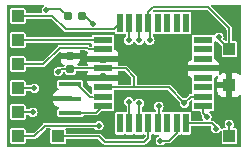
<source format=gtl>
G04 #@! TF.GenerationSoftware,KiCad,Pcbnew,(6.0.9)*
G04 #@! TF.CreationDate,2024-03-06T19:42:55+11:00*
G04 #@! TF.ProjectId,psneev8,70736e65-6576-4382-9e6b-696361645f70,rev?*
G04 #@! TF.SameCoordinates,Original*
G04 #@! TF.FileFunction,Copper,L1,Top*
G04 #@! TF.FilePolarity,Positive*
%FSLAX46Y46*%
G04 Gerber Fmt 4.6, Leading zero omitted, Abs format (unit mm)*
G04 Created by KiCad (PCBNEW (6.0.9)) date 2024-03-06 19:42:55*
%MOMM*%
%LPD*%
G01*
G04 APERTURE LIST*
G04 Aperture macros list*
%AMRoundRect*
0 Rectangle with rounded corners*
0 $1 Rounding radius*
0 $2 $3 $4 $5 $6 $7 $8 $9 X,Y pos of 4 corners*
0 Add a 4 corners polygon primitive as box body*
4,1,4,$2,$3,$4,$5,$6,$7,$8,$9,$2,$3,0*
0 Add four circle primitives for the rounded corners*
1,1,$1+$1,$2,$3*
1,1,$1+$1,$4,$5*
1,1,$1+$1,$6,$7*
1,1,$1+$1,$8,$9*
0 Add four rect primitives between the rounded corners*
20,1,$1+$1,$2,$3,$4,$5,0*
20,1,$1+$1,$4,$5,$6,$7,0*
20,1,$1+$1,$6,$7,$8,$9,0*
20,1,$1+$1,$8,$9,$2,$3,0*%
G04 Aperture macros list end*
G04 #@! TA.AperFunction,SMDPad,CuDef*
%ADD10R,1.000000X1.000000*%
G04 #@! TD*
G04 #@! TA.AperFunction,SMDPad,CuDef*
%ADD11RoundRect,0.155000X0.155000X-0.212500X0.155000X0.212500X-0.155000X0.212500X-0.155000X-0.212500X0*%
G04 #@! TD*
G04 #@! TA.AperFunction,SMDPad,CuDef*
%ADD12R,1.900000X0.400000*%
G04 #@! TD*
G04 #@! TA.AperFunction,SMDPad,CuDef*
%ADD13R,1.600000X0.550000*%
G04 #@! TD*
G04 #@! TA.AperFunction,SMDPad,CuDef*
%ADD14R,0.550000X1.600000*%
G04 #@! TD*
G04 #@! TA.AperFunction,SMDPad,CuDef*
%ADD15RoundRect,0.160000X-0.197500X-0.160000X0.197500X-0.160000X0.197500X0.160000X-0.197500X0.160000X0*%
G04 #@! TD*
G04 #@! TA.AperFunction,ViaPad*
%ADD16C,0.500000*%
G04 #@! TD*
G04 #@! TA.AperFunction,Conductor*
%ADD17C,0.152400*%
G04 #@! TD*
G04 APERTURE END LIST*
D10*
X86487000Y-133604000D03*
X86487000Y-137668000D03*
D11*
X90932000Y-132012500D03*
X90932000Y-130877500D03*
D12*
X90932000Y-135693000D03*
X90932000Y-134493000D03*
X90932000Y-133293000D03*
D10*
X104394000Y-133350000D03*
X86487000Y-131572000D03*
X86487000Y-135636000D03*
X104394000Y-137668000D03*
X86487000Y-127508000D03*
X104394000Y-130302000D03*
D13*
X93680000Y-129534000D03*
X93680000Y-130334000D03*
X93680000Y-131134000D03*
X93680000Y-131934000D03*
X93680000Y-132734000D03*
X93680000Y-133534000D03*
X93680000Y-134334000D03*
X93680000Y-135134000D03*
D14*
X95130000Y-136584000D03*
X95930000Y-136584000D03*
X96730000Y-136584000D03*
X97530000Y-136584000D03*
X98330000Y-136584000D03*
X99130000Y-136584000D03*
X99930000Y-136584000D03*
X100730000Y-136584000D03*
D13*
X102180000Y-135134000D03*
X102180000Y-134334000D03*
X102180000Y-133534000D03*
X102180000Y-132734000D03*
X102180000Y-131934000D03*
X102180000Y-131134000D03*
X102180000Y-130334000D03*
X102180000Y-129534000D03*
D14*
X100730000Y-128084000D03*
X99930000Y-128084000D03*
X99130000Y-128084000D03*
X98330000Y-128084000D03*
X97530000Y-128084000D03*
X96730000Y-128084000D03*
X95930000Y-128084000D03*
X95130000Y-128084000D03*
D10*
X86487000Y-129540000D03*
X89880000Y-137690000D03*
D15*
X90715500Y-127508000D03*
X91910500Y-127508000D03*
D16*
X100584000Y-134874000D03*
X88900000Y-127029900D03*
X89916000Y-132207000D03*
X104394000Y-136652000D03*
X100330000Y-131953000D03*
X103505000Y-129286000D03*
X97663000Y-129540000D03*
X92837000Y-128143000D03*
X87884000Y-133604000D03*
X95885000Y-134747000D03*
X87757000Y-135636000D03*
X96774000Y-134874000D03*
X98425000Y-135128000D03*
X93345000Y-136779000D03*
X96774000Y-129540000D03*
X95885000Y-129540000D03*
X102489000Y-136017000D03*
X98552000Y-138049000D03*
X103251000Y-137033000D03*
D17*
X90110500Y-132012500D02*
X89916000Y-132207000D01*
X101124000Y-134334000D02*
X102180000Y-134334000D01*
X104394000Y-137668000D02*
X104394000Y-136652000D01*
X96323000Y-133534000D02*
X96323000Y-132645000D01*
X99244000Y-133534000D02*
X96323000Y-133534000D01*
X100584000Y-134874000D02*
X101124000Y-134334000D01*
X96323000Y-132645000D02*
X95612000Y-131934000D01*
X88900000Y-127029900D02*
X89056900Y-126873000D01*
X96323000Y-133534000D02*
X93680000Y-133534000D01*
X90932000Y-132012500D02*
X90110500Y-132012500D01*
X100584000Y-134874000D02*
X99244000Y-133534000D01*
X95612000Y-131934000D02*
X93680000Y-131934000D01*
X91010500Y-131934000D02*
X93680000Y-131934000D01*
X90932000Y-132012500D02*
X91010500Y-131934000D01*
X89056900Y-126873000D02*
X90080500Y-126873000D01*
X90080500Y-126873000D02*
X90715500Y-127508000D01*
X103740000Y-131934000D02*
X102180000Y-131934000D01*
X104394000Y-133350000D02*
X104394000Y-132588000D01*
X104394000Y-132588000D02*
X103740000Y-131934000D01*
X97663000Y-128217000D02*
X97530000Y-128084000D01*
X102616000Y-126746000D02*
X97917000Y-126746000D01*
X104394000Y-128524000D02*
X102616000Y-126746000D01*
X97917000Y-126746000D02*
X97530000Y-127133000D01*
X97663000Y-129540000D02*
X97663000Y-128217000D01*
X92202000Y-127508000D02*
X92837000Y-128143000D01*
X97530000Y-127133000D02*
X97530000Y-128084000D01*
X104394000Y-130302000D02*
X103505000Y-129413000D01*
X91910500Y-127508000D02*
X92202000Y-127508000D01*
X104394000Y-130302000D02*
X104394000Y-128524000D01*
X103505000Y-129413000D02*
X103505000Y-129286000D01*
X88646000Y-131572000D02*
X90043000Y-130175000D01*
X86487000Y-131572000D02*
X88646000Y-131572000D01*
X92329000Y-130175000D02*
X92488000Y-130334000D01*
X92488000Y-130334000D02*
X93680000Y-130334000D01*
X90043000Y-130175000D02*
X92329000Y-130175000D01*
X90521600Y-128621600D02*
X94592400Y-128621600D01*
X89408000Y-127508000D02*
X90521600Y-128621600D01*
X94592400Y-128621600D02*
X95130000Y-128084000D01*
X86487000Y-127508000D02*
X89408000Y-127508000D01*
X86487000Y-133604000D02*
X87884000Y-133604000D01*
X95930000Y-134792000D02*
X95930000Y-136584000D01*
X95885000Y-134747000D02*
X95930000Y-134792000D01*
X96730000Y-134918000D02*
X96730000Y-136584000D01*
X86487000Y-135636000D02*
X87757000Y-135636000D01*
X96774000Y-134874000D02*
X96730000Y-134918000D01*
X97530000Y-137801000D02*
X97530000Y-136584000D01*
X93367000Y-137690000D02*
X93853000Y-138176000D01*
X97155000Y-138176000D02*
X97530000Y-137801000D01*
X93853000Y-138176000D02*
X97155000Y-138176000D01*
X89880000Y-137690000D02*
X93367000Y-137690000D01*
X98425000Y-136489000D02*
X98330000Y-136584000D01*
X87884000Y-137668000D02*
X88773000Y-136779000D01*
X86487000Y-137668000D02*
X87884000Y-137668000D01*
X88773000Y-136779000D02*
X93345000Y-136779000D01*
X98425000Y-135128000D02*
X98425000Y-136489000D01*
X86487000Y-129540000D02*
X93674000Y-129540000D01*
X93674000Y-129540000D02*
X93680000Y-129534000D01*
X96730000Y-129496000D02*
X96774000Y-129540000D01*
X96730000Y-128084000D02*
X96730000Y-129496000D01*
X95885000Y-128129000D02*
X95930000Y-128084000D01*
X95885000Y-129540000D02*
X95885000Y-128129000D01*
X102180000Y-135708000D02*
X102489000Y-136017000D01*
X102180000Y-135134000D02*
X102180000Y-135708000D01*
X99930000Y-136584000D02*
X99930000Y-137433000D01*
X99930000Y-137433000D02*
X99314000Y-138049000D01*
X99314000Y-138049000D02*
X98552000Y-138049000D01*
X103251000Y-136906000D02*
X103251000Y-137033000D01*
X102929000Y-136584000D02*
X103251000Y-136906000D01*
X100730000Y-136584000D02*
X102929000Y-136584000D01*
X91510000Y-133293000D02*
X92583000Y-134366000D01*
X90932000Y-133293000D02*
X91510000Y-133293000D01*
X92583000Y-134366000D02*
X92837000Y-134366000D01*
X93121000Y-135693000D02*
X93680000Y-135134000D01*
X90932000Y-135693000D02*
X93121000Y-135693000D01*
G04 #@! TA.AperFunction,Conductor*
G36*
X88703539Y-126562313D02*
G01*
X88728849Y-126606150D01*
X88720059Y-126656000D01*
X88689568Y-126684934D01*
X88665420Y-126697238D01*
X88665415Y-126697242D01*
X88660229Y-126699884D01*
X88569984Y-126790129D01*
X88567343Y-126795312D01*
X88567341Y-126795315D01*
X88530296Y-126868021D01*
X88512043Y-126903845D01*
X88492078Y-127029900D01*
X88512043Y-127155955D01*
X88514686Y-127161143D01*
X88514687Y-127161145D01*
X88519864Y-127171305D01*
X88526032Y-127221547D01*
X88498463Y-127264000D01*
X88453929Y-127278900D01*
X87213899Y-127278900D01*
X87166333Y-127261587D01*
X87141023Y-127217750D01*
X87139899Y-127204900D01*
X87139899Y-126992944D01*
X87131028Y-126948342D01*
X87097234Y-126897766D01*
X87046658Y-126863972D01*
X87039513Y-126862551D01*
X87039511Y-126862550D01*
X87005627Y-126855810D01*
X87005626Y-126855810D01*
X87002057Y-126855100D01*
X86487071Y-126855100D01*
X85971944Y-126855101D01*
X85927342Y-126863972D01*
X85876766Y-126897766D01*
X85842972Y-126948342D01*
X85841551Y-126955487D01*
X85841550Y-126955489D01*
X85834810Y-126989373D01*
X85834100Y-126992943D01*
X85834101Y-128023056D01*
X85842972Y-128067658D01*
X85876766Y-128118234D01*
X85927342Y-128152028D01*
X85934487Y-128153449D01*
X85934489Y-128153450D01*
X85968373Y-128160190D01*
X85968374Y-128160190D01*
X85971943Y-128160900D01*
X86486929Y-128160900D01*
X87002056Y-128160899D01*
X87046658Y-128152028D01*
X87060170Y-128143000D01*
X87091173Y-128122284D01*
X87097234Y-128118234D01*
X87131028Y-128067658D01*
X87132451Y-128060508D01*
X87139190Y-128026627D01*
X87139190Y-128026626D01*
X87139900Y-128023057D01*
X87139900Y-127811100D01*
X87157213Y-127763534D01*
X87201050Y-127738224D01*
X87213900Y-127737100D01*
X89282452Y-127737100D01*
X89330018Y-127754413D01*
X89334778Y-127758774D01*
X90353986Y-128777982D01*
X90356653Y-128780792D01*
X90383930Y-128811086D01*
X90406633Y-128821194D01*
X90416821Y-128826726D01*
X90437663Y-128840261D01*
X90446346Y-128841636D01*
X90464868Y-128847123D01*
X90465795Y-128847536D01*
X90465799Y-128847537D01*
X90472903Y-128850700D01*
X90497747Y-128850700D01*
X90509323Y-128851611D01*
X90533858Y-128855497D01*
X90541370Y-128853484D01*
X90541374Y-128853484D01*
X90542351Y-128853222D01*
X90561504Y-128850700D01*
X94584465Y-128850700D01*
X94588338Y-128850801D01*
X94629039Y-128852934D01*
X94628966Y-128854334D01*
X94670081Y-128862330D01*
X94701933Y-128901670D01*
X94704538Y-128911306D01*
X94710972Y-128943658D01*
X94715020Y-128949716D01*
X94715021Y-128949718D01*
X94740259Y-128987489D01*
X94744766Y-128994234D01*
X94750827Y-128998284D01*
X94767900Y-129009692D01*
X94795342Y-129028028D01*
X94802487Y-129029449D01*
X94802489Y-129029450D01*
X94836373Y-129036190D01*
X94836374Y-129036190D01*
X94839943Y-129036900D01*
X95129960Y-129036900D01*
X95420056Y-129036899D01*
X95464658Y-129028028D01*
X95488888Y-129011838D01*
X95538056Y-128999807D01*
X95571112Y-129011838D01*
X95595342Y-129028028D01*
X95602489Y-129029450D01*
X95609223Y-129032239D01*
X95607963Y-129035280D01*
X95639615Y-129054490D01*
X95655900Y-129100804D01*
X95655900Y-129168661D01*
X95638587Y-129216227D01*
X95634226Y-129220987D01*
X95554984Y-129300229D01*
X95552343Y-129305412D01*
X95552341Y-129305415D01*
X95499687Y-129408755D01*
X95497043Y-129413945D01*
X95477078Y-129540000D01*
X95497043Y-129666055D01*
X95499686Y-129671243D01*
X95499687Y-129671245D01*
X95552341Y-129774585D01*
X95552343Y-129774588D01*
X95554984Y-129779771D01*
X95645229Y-129870016D01*
X95650412Y-129872657D01*
X95650415Y-129872659D01*
X95753755Y-129925313D01*
X95753757Y-129925314D01*
X95758945Y-129927957D01*
X95885000Y-129947922D01*
X96011055Y-129927957D01*
X96016243Y-129925314D01*
X96016245Y-129925313D01*
X96119585Y-129872659D01*
X96119588Y-129872657D01*
X96124771Y-129870016D01*
X96215016Y-129779771D01*
X96217657Y-129774588D01*
X96217659Y-129774585D01*
X96263565Y-129684488D01*
X96300586Y-129649966D01*
X96351135Y-129647316D01*
X96391562Y-129677780D01*
X96395435Y-129684488D01*
X96441341Y-129774585D01*
X96441343Y-129774588D01*
X96443984Y-129779771D01*
X96534229Y-129870016D01*
X96539412Y-129872657D01*
X96539415Y-129872659D01*
X96642755Y-129925313D01*
X96642757Y-129925314D01*
X96647945Y-129927957D01*
X96774000Y-129947922D01*
X96900055Y-129927957D01*
X96905243Y-129925314D01*
X96905245Y-129925313D01*
X97008585Y-129872659D01*
X97008588Y-129872657D01*
X97013771Y-129870016D01*
X97104016Y-129779771D01*
X97106657Y-129774588D01*
X97106659Y-129774585D01*
X97152565Y-129684488D01*
X97189586Y-129649966D01*
X97240135Y-129647316D01*
X97280562Y-129677780D01*
X97284435Y-129684488D01*
X97330341Y-129774585D01*
X97330343Y-129774588D01*
X97332984Y-129779771D01*
X97423229Y-129870016D01*
X97428412Y-129872657D01*
X97428415Y-129872659D01*
X97531755Y-129925313D01*
X97531757Y-129925314D01*
X97536945Y-129927957D01*
X97663000Y-129947922D01*
X97789055Y-129927957D01*
X97794243Y-129925314D01*
X97794245Y-129925313D01*
X97897585Y-129872659D01*
X97897588Y-129872657D01*
X97902771Y-129870016D01*
X97993016Y-129779771D01*
X97995657Y-129774588D01*
X97995659Y-129774585D01*
X98048313Y-129671245D01*
X98048314Y-129671243D01*
X98050957Y-129666055D01*
X98070922Y-129540000D01*
X98050957Y-129413945D01*
X98048313Y-129408755D01*
X97995659Y-129305415D01*
X97995657Y-129305412D01*
X97993016Y-129300229D01*
X97913774Y-129220987D01*
X97892382Y-129175111D01*
X97892100Y-129168661D01*
X97892100Y-129094474D01*
X97909413Y-129046908D01*
X97953250Y-129021598D01*
X97992083Y-129025850D01*
X97995342Y-129028028D01*
X98002491Y-129029450D01*
X98036373Y-129036190D01*
X98036374Y-129036190D01*
X98039943Y-129036900D01*
X98329960Y-129036900D01*
X98620056Y-129036899D01*
X98664658Y-129028028D01*
X98688888Y-129011838D01*
X98738056Y-128999807D01*
X98771112Y-129011838D01*
X98795342Y-129028028D01*
X98802487Y-129029449D01*
X98802489Y-129029450D01*
X98836373Y-129036190D01*
X98836374Y-129036190D01*
X98839943Y-129036900D01*
X99129960Y-129036900D01*
X99420056Y-129036899D01*
X99464658Y-129028028D01*
X99488888Y-129011838D01*
X99538056Y-128999807D01*
X99571112Y-129011838D01*
X99595342Y-129028028D01*
X99602487Y-129029449D01*
X99602489Y-129029450D01*
X99636373Y-129036190D01*
X99636374Y-129036190D01*
X99639943Y-129036900D01*
X99929960Y-129036900D01*
X100220056Y-129036899D01*
X100264658Y-129028028D01*
X100288888Y-129011838D01*
X100338056Y-128999807D01*
X100371112Y-129011838D01*
X100395342Y-129028028D01*
X100402487Y-129029449D01*
X100402489Y-129029450D01*
X100436373Y-129036190D01*
X100436374Y-129036190D01*
X100439943Y-129036900D01*
X100729960Y-129036900D01*
X101020056Y-129036899D01*
X101064658Y-129028028D01*
X101106894Y-128999807D01*
X101109173Y-128998284D01*
X101115234Y-128994234D01*
X101149028Y-128943658D01*
X101151792Y-128929766D01*
X101157190Y-128902627D01*
X101157190Y-128902626D01*
X101157900Y-128899057D01*
X101157899Y-127268944D01*
X101149028Y-127224342D01*
X101144624Y-127217750D01*
X101119284Y-127179827D01*
X101115234Y-127173766D01*
X101106894Y-127168193D01*
X101079967Y-127150201D01*
X101064658Y-127139972D01*
X101057513Y-127138551D01*
X101057511Y-127138550D01*
X101023627Y-127131810D01*
X101023626Y-127131810D01*
X101020057Y-127131100D01*
X100730040Y-127131100D01*
X100439944Y-127131101D01*
X100395342Y-127139972D01*
X100389284Y-127144020D01*
X100389282Y-127144021D01*
X100371112Y-127156162D01*
X100321944Y-127168193D01*
X100288888Y-127156162D01*
X100279967Y-127150201D01*
X100264658Y-127139972D01*
X100257513Y-127138551D01*
X100257511Y-127138550D01*
X100223627Y-127131810D01*
X100223626Y-127131810D01*
X100220057Y-127131100D01*
X99930040Y-127131100D01*
X99639944Y-127131101D01*
X99595342Y-127139972D01*
X99589284Y-127144020D01*
X99589282Y-127144021D01*
X99571112Y-127156162D01*
X99521944Y-127168193D01*
X99488888Y-127156162D01*
X99479967Y-127150201D01*
X99464658Y-127139972D01*
X99457513Y-127138551D01*
X99457511Y-127138550D01*
X99423627Y-127131810D01*
X99423626Y-127131810D01*
X99420057Y-127131100D01*
X99130040Y-127131100D01*
X98839944Y-127131101D01*
X98795342Y-127139972D01*
X98789284Y-127144020D01*
X98789282Y-127144021D01*
X98771112Y-127156162D01*
X98721944Y-127168193D01*
X98688888Y-127156162D01*
X98679967Y-127150201D01*
X98664658Y-127139972D01*
X98657513Y-127138551D01*
X98657511Y-127138550D01*
X98623627Y-127131810D01*
X98623626Y-127131810D01*
X98620057Y-127131100D01*
X98616417Y-127131100D01*
X98329761Y-127131101D01*
X98039944Y-127131101D01*
X98039944Y-127131009D01*
X97992179Y-127118770D01*
X97962693Y-127077626D01*
X97966551Y-127027154D01*
X97981631Y-127005365D01*
X97990222Y-126996774D01*
X98036098Y-126975382D01*
X98042548Y-126975100D01*
X102490452Y-126975100D01*
X102538018Y-126992413D01*
X102542778Y-126996774D01*
X104143226Y-128597223D01*
X104164618Y-128643099D01*
X104164900Y-128649549D01*
X104164900Y-129570252D01*
X104147587Y-129617818D01*
X104103750Y-129643128D01*
X104053900Y-129634338D01*
X104038574Y-129622578D01*
X103986248Y-129570252D01*
X103908381Y-129492384D01*
X103886990Y-129446510D01*
X103890327Y-129417216D01*
X103892957Y-129412055D01*
X103909013Y-129310684D01*
X103912011Y-129291752D01*
X103912922Y-129286000D01*
X103892957Y-129159945D01*
X103887261Y-129148766D01*
X103837659Y-129051415D01*
X103837657Y-129051412D01*
X103835016Y-129046229D01*
X103744771Y-128955984D01*
X103739588Y-128953343D01*
X103739585Y-128953341D01*
X103636245Y-128900687D01*
X103636243Y-128900686D01*
X103631055Y-128898043D01*
X103505000Y-128878078D01*
X103378945Y-128898043D01*
X103373757Y-128900686D01*
X103373755Y-128900687D01*
X103270415Y-128953341D01*
X103270412Y-128953343D01*
X103265229Y-128955984D01*
X103174984Y-129046229D01*
X103172342Y-129051414D01*
X103172340Y-129051417D01*
X103152290Y-129090769D01*
X103115270Y-129125292D01*
X103064720Y-129127942D01*
X103047240Y-129119651D01*
X103045716Y-129119020D01*
X103039658Y-129114972D01*
X103032513Y-129113551D01*
X103032511Y-129113550D01*
X102998627Y-129106810D01*
X102998626Y-129106810D01*
X102995057Y-129106100D01*
X102180112Y-129106100D01*
X101364944Y-129106101D01*
X101320342Y-129114972D01*
X101269766Y-129148766D01*
X101265716Y-129154827D01*
X101253066Y-129173760D01*
X101235972Y-129199342D01*
X101234551Y-129206487D01*
X101234550Y-129206489D01*
X101227810Y-129240373D01*
X101227100Y-129243943D01*
X101227101Y-129824056D01*
X101235972Y-129868658D01*
X101240020Y-129874716D01*
X101240021Y-129874718D01*
X101252162Y-129892888D01*
X101264193Y-129942056D01*
X101252162Y-129975112D01*
X101235972Y-129999342D01*
X101234551Y-130006487D01*
X101234550Y-130006489D01*
X101227810Y-130040373D01*
X101227100Y-130043943D01*
X101227101Y-130624056D01*
X101235972Y-130668658D01*
X101240020Y-130674716D01*
X101240021Y-130674718D01*
X101252162Y-130692888D01*
X101264193Y-130742056D01*
X101252162Y-130775112D01*
X101235972Y-130799342D01*
X101234551Y-130806487D01*
X101234550Y-130806489D01*
X101227810Y-130840373D01*
X101227100Y-130843943D01*
X101227100Y-131122466D01*
X101209788Y-131170031D01*
X101179077Y-131191756D01*
X101138476Y-131206977D01*
X101129317Y-131211991D01*
X101021319Y-131292931D01*
X101013931Y-131300319D01*
X100932991Y-131408317D01*
X100927977Y-131417475D01*
X100880377Y-131544447D01*
X100878247Y-131553407D01*
X100872217Y-131608911D01*
X100872000Y-131612921D01*
X100872000Y-131666952D01*
X100875638Y-131676948D01*
X100880925Y-131680000D01*
X103474951Y-131680000D01*
X103484947Y-131676362D01*
X103487999Y-131671075D01*
X103487999Y-131612923D01*
X103487781Y-131608909D01*
X103481753Y-131553406D01*
X103479624Y-131544450D01*
X103432023Y-131417475D01*
X103427009Y-131408317D01*
X103346069Y-131300319D01*
X103338681Y-131292931D01*
X103230683Y-131211991D01*
X103221526Y-131206978D01*
X103180923Y-131191756D01*
X103142461Y-131158847D01*
X103132900Y-131122465D01*
X103132899Y-130847585D01*
X103132899Y-130843944D01*
X103124028Y-130799342D01*
X103107838Y-130775112D01*
X103095807Y-130725944D01*
X103107838Y-130692888D01*
X103119980Y-130674716D01*
X103124028Y-130668658D01*
X103125451Y-130661508D01*
X103132190Y-130627627D01*
X103132190Y-130627626D01*
X103132900Y-130624057D01*
X103132899Y-130043944D01*
X103124028Y-129999342D01*
X103118651Y-129991294D01*
X103107838Y-129975112D01*
X103095807Y-129925944D01*
X103107838Y-129892888D01*
X103119980Y-129874716D01*
X103124028Y-129868658D01*
X103125451Y-129861508D01*
X103132190Y-129827627D01*
X103132190Y-129827626D01*
X103132900Y-129824057D01*
X103132900Y-129662339D01*
X103150213Y-129614773D01*
X103194050Y-129589463D01*
X103243900Y-129598253D01*
X103259226Y-129610013D01*
X103265229Y-129616016D01*
X103270412Y-129618657D01*
X103270415Y-129618659D01*
X103373755Y-129671313D01*
X103373757Y-129671314D01*
X103378945Y-129673957D01*
X103403083Y-129677780D01*
X103430073Y-129682055D01*
X103470822Y-129702818D01*
X103719426Y-129951423D01*
X103740818Y-129997300D01*
X103741100Y-130003749D01*
X103741101Y-130411991D01*
X103741101Y-130817056D01*
X103749972Y-130861658D01*
X103754020Y-130867716D01*
X103754021Y-130867718D01*
X103762228Y-130880000D01*
X103783766Y-130912234D01*
X103789827Y-130916284D01*
X103794043Y-130919101D01*
X103834342Y-130946028D01*
X103841487Y-130947449D01*
X103841489Y-130947450D01*
X103875373Y-130954190D01*
X103875374Y-130954190D01*
X103878943Y-130954900D01*
X104393929Y-130954900D01*
X104909056Y-130954899D01*
X104953658Y-130946028D01*
X104974623Y-130932020D01*
X104998173Y-130916284D01*
X105004234Y-130912234D01*
X105038028Y-130861658D01*
X105039451Y-130854508D01*
X105046190Y-130820627D01*
X105046190Y-130820626D01*
X105046900Y-130817057D01*
X105046899Y-129786944D01*
X105038028Y-129742342D01*
X105004234Y-129691766D01*
X104953658Y-129657972D01*
X104946513Y-129656551D01*
X104946511Y-129656550D01*
X104912627Y-129649810D01*
X104912626Y-129649810D01*
X104909057Y-129649100D01*
X104697100Y-129649100D01*
X104649534Y-129631787D01*
X104624224Y-129587950D01*
X104623100Y-129575100D01*
X104623100Y-128531942D01*
X104623201Y-128528070D01*
X104624927Y-128495126D01*
X104625334Y-128487361D01*
X104616433Y-128464171D01*
X104613136Y-128453041D01*
X104609586Y-128436343D01*
X104607969Y-128428735D01*
X104602800Y-128421620D01*
X104593584Y-128404647D01*
X104593221Y-128403701D01*
X104593220Y-128403700D01*
X104590432Y-128396436D01*
X104572863Y-128378867D01*
X104565322Y-128370037D01*
X104555293Y-128356234D01*
X104550722Y-128349942D01*
X104543108Y-128345546D01*
X104527782Y-128333786D01*
X102865323Y-126671326D01*
X102843931Y-126625450D01*
X102857032Y-126576555D01*
X102898496Y-126547521D01*
X102917649Y-126545000D01*
X105312500Y-126545000D01*
X105360066Y-126562313D01*
X105385376Y-126606150D01*
X105386500Y-126619000D01*
X105386500Y-132439098D01*
X105369187Y-132486664D01*
X105325350Y-132511974D01*
X105275500Y-132503184D01*
X105260174Y-132491424D01*
X105252681Y-132483931D01*
X105144683Y-132402991D01*
X105135525Y-132397977D01*
X105008553Y-132350377D01*
X104999593Y-132348247D01*
X104944089Y-132342217D01*
X104940079Y-132342000D01*
X104661048Y-132342000D01*
X104651052Y-132345638D01*
X104648000Y-132350925D01*
X104648000Y-134344951D01*
X104651638Y-134354947D01*
X104656925Y-134357999D01*
X104940077Y-134357999D01*
X104944091Y-134357781D01*
X104999594Y-134351753D01*
X105008550Y-134349624D01*
X105135525Y-134302023D01*
X105144683Y-134297009D01*
X105252681Y-134216069D01*
X105260174Y-134208576D01*
X105306050Y-134187184D01*
X105354945Y-134200285D01*
X105383979Y-134241749D01*
X105386500Y-134260902D01*
X105386500Y-138557000D01*
X105369187Y-138604566D01*
X105325350Y-138629876D01*
X105312500Y-138631000D01*
X85624500Y-138631000D01*
X85576934Y-138613687D01*
X85551624Y-138569850D01*
X85550500Y-138557000D01*
X85550500Y-137152943D01*
X85834100Y-137152943D01*
X85834101Y-138183056D01*
X85842972Y-138227658D01*
X85847020Y-138233716D01*
X85847021Y-138233718D01*
X85870019Y-138268136D01*
X85876766Y-138278234D01*
X85927342Y-138312028D01*
X85934487Y-138313449D01*
X85934489Y-138313450D01*
X85968373Y-138320190D01*
X85968374Y-138320190D01*
X85971943Y-138320900D01*
X86486929Y-138320900D01*
X87002056Y-138320899D01*
X87046658Y-138312028D01*
X87064998Y-138299774D01*
X87091173Y-138282284D01*
X87097234Y-138278234D01*
X87131028Y-138227658D01*
X87132451Y-138220508D01*
X87139190Y-138186627D01*
X87139190Y-138186626D01*
X87139900Y-138183057D01*
X87139900Y-137971100D01*
X87157213Y-137923534D01*
X87201050Y-137898224D01*
X87213900Y-137897100D01*
X87876065Y-137897100D01*
X87879938Y-137897201D01*
X87920639Y-137899334D01*
X87927897Y-137896548D01*
X87927898Y-137896548D01*
X87943829Y-137890433D01*
X87954959Y-137887136D01*
X87965307Y-137884936D01*
X87979265Y-137881969D01*
X87986380Y-137876800D01*
X88003353Y-137867584D01*
X88004299Y-137867221D01*
X88004300Y-137867220D01*
X88011564Y-137864432D01*
X88029133Y-137846863D01*
X88037963Y-137839322D01*
X88058058Y-137824722D01*
X88062454Y-137817108D01*
X88074214Y-137801782D01*
X88846223Y-137029774D01*
X88892100Y-137008382D01*
X88898549Y-137008100D01*
X89179207Y-137008100D01*
X89226773Y-137025413D01*
X89252083Y-137069250D01*
X89241998Y-137117212D01*
X89242810Y-137117548D01*
X89241017Y-137121878D01*
X89240736Y-137123212D01*
X89240020Y-137124283D01*
X89240019Y-137124285D01*
X89235972Y-137130342D01*
X89234551Y-137137487D01*
X89234550Y-137137489D01*
X89227810Y-137171373D01*
X89227100Y-137174943D01*
X89227101Y-138205056D01*
X89235972Y-138249658D01*
X89240020Y-138255716D01*
X89240021Y-138255718D01*
X89264857Y-138292887D01*
X89269766Y-138300234D01*
X89275827Y-138304284D01*
X89287417Y-138312028D01*
X89320342Y-138334028D01*
X89327487Y-138335449D01*
X89327489Y-138335450D01*
X89361373Y-138342190D01*
X89361374Y-138342190D01*
X89364943Y-138342900D01*
X89879929Y-138342900D01*
X90395056Y-138342899D01*
X90439658Y-138334028D01*
X90459306Y-138320900D01*
X90484173Y-138304284D01*
X90490234Y-138300234D01*
X90524028Y-138249658D01*
X90525451Y-138242508D01*
X90532190Y-138208627D01*
X90532190Y-138208626D01*
X90532900Y-138205057D01*
X90532900Y-137993100D01*
X90550213Y-137945534D01*
X90594050Y-137920224D01*
X90606900Y-137919100D01*
X93241452Y-137919100D01*
X93289018Y-137936413D01*
X93293778Y-137940774D01*
X93685404Y-138332401D01*
X93688070Y-138335211D01*
X93715330Y-138365486D01*
X93736431Y-138374881D01*
X93738021Y-138375589D01*
X93748223Y-138381128D01*
X93761837Y-138389969D01*
X93769064Y-138394662D01*
X93777749Y-138396037D01*
X93796270Y-138401523D01*
X93804303Y-138405100D01*
X93829147Y-138405100D01*
X93840722Y-138406011D01*
X93865259Y-138409897D01*
X93872771Y-138407884D01*
X93872775Y-138407884D01*
X93873752Y-138407622D01*
X93892905Y-138405100D01*
X97147065Y-138405100D01*
X97150938Y-138405201D01*
X97191639Y-138407334D01*
X97198897Y-138404548D01*
X97198898Y-138404548D01*
X97214829Y-138398433D01*
X97225959Y-138395136D01*
X97232826Y-138393676D01*
X97250265Y-138389969D01*
X97257380Y-138384800D01*
X97274353Y-138375584D01*
X97275299Y-138375221D01*
X97275300Y-138375220D01*
X97282564Y-138372432D01*
X97300133Y-138354863D01*
X97308963Y-138347322D01*
X97315049Y-138342900D01*
X97329058Y-138332722D01*
X97333454Y-138325108D01*
X97345214Y-138309782D01*
X97686401Y-137968596D01*
X97689211Y-137965930D01*
X97719486Y-137938670D01*
X97729592Y-137915972D01*
X97735131Y-137905771D01*
X97739311Y-137899334D01*
X97748661Y-137884936D01*
X97750036Y-137876252D01*
X97755523Y-137857732D01*
X97755936Y-137856805D01*
X97755937Y-137856801D01*
X97759100Y-137849697D01*
X97759100Y-137824853D01*
X97760011Y-137813276D01*
X97762680Y-137796425D01*
X97763897Y-137788742D01*
X97761884Y-137781230D01*
X97761884Y-137781226D01*
X97761622Y-137780249D01*
X97759100Y-137761096D01*
X97759100Y-137609614D01*
X97776413Y-137562048D01*
X97819971Y-137536899D01*
X97820056Y-137536899D01*
X97822229Y-137536467D01*
X97822235Y-137536466D01*
X97857508Y-137529450D01*
X97864658Y-137528028D01*
X97888888Y-137511838D01*
X97938056Y-137499807D01*
X97971112Y-137511838D01*
X97995342Y-137528028D01*
X98002487Y-137529449D01*
X98002489Y-137529450D01*
X98036373Y-137536190D01*
X98036374Y-137536190D01*
X98039943Y-137536900D01*
X98047992Y-137536900D01*
X98361358Y-137536899D01*
X98408923Y-137554212D01*
X98434233Y-137598049D01*
X98425443Y-137647899D01*
X98394953Y-137676833D01*
X98317418Y-137716340D01*
X98312229Y-137718984D01*
X98221984Y-137809229D01*
X98219343Y-137814412D01*
X98219341Y-137814415D01*
X98166687Y-137917755D01*
X98164043Y-137922945D01*
X98144078Y-138049000D01*
X98164043Y-138175055D01*
X98166686Y-138180243D01*
X98166687Y-138180245D01*
X98219341Y-138283585D01*
X98219343Y-138283588D01*
X98221984Y-138288771D01*
X98312229Y-138379016D01*
X98317412Y-138381657D01*
X98317415Y-138381659D01*
X98420755Y-138434313D01*
X98420757Y-138434314D01*
X98425945Y-138436957D01*
X98552000Y-138456922D01*
X98678055Y-138436957D01*
X98683243Y-138434314D01*
X98683245Y-138434313D01*
X98786585Y-138381659D01*
X98786588Y-138381657D01*
X98791771Y-138379016D01*
X98871013Y-138299774D01*
X98916889Y-138278382D01*
X98923339Y-138278100D01*
X99306065Y-138278100D01*
X99309938Y-138278201D01*
X99350639Y-138280334D01*
X99357897Y-138277548D01*
X99357898Y-138277548D01*
X99373829Y-138271433D01*
X99384959Y-138268136D01*
X99391826Y-138266676D01*
X99409265Y-138262969D01*
X99416380Y-138257800D01*
X99433353Y-138248584D01*
X99434299Y-138248221D01*
X99434300Y-138248220D01*
X99441564Y-138245432D01*
X99459133Y-138227863D01*
X99467963Y-138220322D01*
X99488058Y-138205722D01*
X99492454Y-138198108D01*
X99504214Y-138182782D01*
X100086382Y-137600614D01*
X100089192Y-137597947D01*
X100113707Y-137575874D01*
X100113708Y-137575872D01*
X100119486Y-137570670D01*
X100121404Y-137566362D01*
X100161828Y-137539097D01*
X100179729Y-137536899D01*
X100220056Y-137536899D01*
X100264658Y-137528028D01*
X100288888Y-137511838D01*
X100338056Y-137499807D01*
X100371112Y-137511838D01*
X100395342Y-137528028D01*
X100402487Y-137529449D01*
X100402489Y-137529450D01*
X100436373Y-137536190D01*
X100436374Y-137536190D01*
X100439943Y-137536900D01*
X100729960Y-137536900D01*
X101020056Y-137536899D01*
X101064658Y-137528028D01*
X101105836Y-137500514D01*
X101109173Y-137498284D01*
X101115234Y-137494234D01*
X101149028Y-137443658D01*
X101150451Y-137436508D01*
X101157190Y-137402627D01*
X101157190Y-137402626D01*
X101157900Y-137399057D01*
X101157900Y-136887100D01*
X101175213Y-136839534D01*
X101219050Y-136814224D01*
X101231900Y-136813100D01*
X102792641Y-136813100D01*
X102840207Y-136830413D01*
X102865517Y-136874250D01*
X102863260Y-136906519D01*
X102863043Y-136906945D01*
X102862132Y-136912697D01*
X102862131Y-136912700D01*
X102844733Y-137022550D01*
X102843078Y-137033000D01*
X102863043Y-137159055D01*
X102865686Y-137164243D01*
X102865687Y-137164245D01*
X102918341Y-137267585D01*
X102918343Y-137267588D01*
X102920984Y-137272771D01*
X103011229Y-137363016D01*
X103016412Y-137365657D01*
X103016415Y-137365659D01*
X103119755Y-137418313D01*
X103119757Y-137418314D01*
X103124945Y-137420957D01*
X103251000Y-137440922D01*
X103377055Y-137420957D01*
X103382243Y-137418314D01*
X103382245Y-137418313D01*
X103485585Y-137365659D01*
X103485588Y-137365657D01*
X103490771Y-137363016D01*
X103581016Y-137272771D01*
X103583657Y-137267588D01*
X103583659Y-137267585D01*
X103601165Y-137233226D01*
X103638186Y-137198704D01*
X103688735Y-137196054D01*
X103729161Y-137226517D01*
X103741100Y-137266821D01*
X103741101Y-137727778D01*
X103741101Y-138183056D01*
X103749972Y-138227658D01*
X103754020Y-138233716D01*
X103754021Y-138233718D01*
X103777019Y-138268136D01*
X103783766Y-138278234D01*
X103834342Y-138312028D01*
X103841487Y-138313449D01*
X103841489Y-138313450D01*
X103875373Y-138320190D01*
X103875374Y-138320190D01*
X103878943Y-138320900D01*
X104393929Y-138320900D01*
X104909056Y-138320899D01*
X104953658Y-138312028D01*
X104971998Y-138299774D01*
X104998173Y-138282284D01*
X105004234Y-138278234D01*
X105038028Y-138227658D01*
X105039451Y-138220508D01*
X105046190Y-138186627D01*
X105046190Y-138186626D01*
X105046900Y-138183057D01*
X105046899Y-137152944D01*
X105038028Y-137108342D01*
X105011908Y-137069250D01*
X105008284Y-137063827D01*
X105004234Y-137057766D01*
X104953658Y-137023972D01*
X104946513Y-137022551D01*
X104946511Y-137022550D01*
X104912627Y-137015810D01*
X104912626Y-137015810D01*
X104909057Y-137015100D01*
X104778519Y-137015100D01*
X104730953Y-136997787D01*
X104705643Y-136953950D01*
X104714433Y-136904100D01*
X104718653Y-136897602D01*
X104719897Y-136895890D01*
X104724016Y-136891771D01*
X104732943Y-136874250D01*
X104779313Y-136783245D01*
X104779314Y-136783243D01*
X104781957Y-136778055D01*
X104801922Y-136652000D01*
X104781957Y-136525945D01*
X104741397Y-136446341D01*
X104726659Y-136417415D01*
X104726657Y-136417412D01*
X104724016Y-136412229D01*
X104633771Y-136321984D01*
X104628588Y-136319343D01*
X104628585Y-136319341D01*
X104525245Y-136266687D01*
X104525243Y-136266686D01*
X104520055Y-136264043D01*
X104394000Y-136244078D01*
X104267945Y-136264043D01*
X104262757Y-136266686D01*
X104262755Y-136266687D01*
X104159415Y-136319341D01*
X104159412Y-136319343D01*
X104154229Y-136321984D01*
X104063984Y-136412229D01*
X104061343Y-136417412D01*
X104061341Y-136417415D01*
X104046603Y-136446341D01*
X104006043Y-136525945D01*
X103986078Y-136652000D01*
X104006043Y-136778055D01*
X104008686Y-136783243D01*
X104008687Y-136783245D01*
X104055057Y-136874250D01*
X104063984Y-136891771D01*
X104068103Y-136895890D01*
X104069349Y-136897605D01*
X104083301Y-136946263D01*
X104062712Y-136992506D01*
X104017216Y-137014696D01*
X104009481Y-137015101D01*
X103878944Y-137015101D01*
X103834342Y-137023972D01*
X103828284Y-137028020D01*
X103828282Y-137028021D01*
X103814693Y-137037101D01*
X103783766Y-137057766D01*
X103781080Y-137061786D01*
X103736472Y-137082587D01*
X103687577Y-137069486D01*
X103658543Y-137028022D01*
X103656933Y-137020445D01*
X103656200Y-137015812D01*
X103638957Y-136906945D01*
X103636313Y-136901755D01*
X103583659Y-136798415D01*
X103583657Y-136798412D01*
X103581016Y-136793229D01*
X103490771Y-136702984D01*
X103485588Y-136700343D01*
X103485585Y-136700341D01*
X103382245Y-136647687D01*
X103382243Y-136647686D01*
X103377055Y-136645043D01*
X103348573Y-136640532D01*
X103325928Y-136636945D01*
X103285179Y-136616182D01*
X103096596Y-136427599D01*
X103093930Y-136424789D01*
X103082621Y-136412229D01*
X103066670Y-136394514D01*
X103043972Y-136384408D01*
X103033771Y-136378869D01*
X103012936Y-136365339D01*
X103004252Y-136363964D01*
X102985732Y-136358477D01*
X102984805Y-136358064D01*
X102984801Y-136358063D01*
X102977697Y-136354900D01*
X102952853Y-136354900D01*
X102941276Y-136353989D01*
X102916742Y-136350103D01*
X102909230Y-136352116D01*
X102909225Y-136352116D01*
X102909028Y-136352169D01*
X102908725Y-136352142D01*
X102901462Y-136352523D01*
X102901408Y-136351502D01*
X102858602Y-136347753D01*
X102822812Y-136311958D01*
X102818404Y-136261531D01*
X102823947Y-136247093D01*
X102874312Y-136148247D01*
X102874313Y-136148245D01*
X102876957Y-136143055D01*
X102896922Y-136017000D01*
X102876957Y-135890945D01*
X102874313Y-135885755D01*
X102821659Y-135782415D01*
X102821657Y-135782412D01*
X102819016Y-135777229D01*
X102730012Y-135688225D01*
X102708620Y-135642349D01*
X102721721Y-135593454D01*
X102763185Y-135564420D01*
X102782338Y-135561899D01*
X102995056Y-135561899D01*
X103039658Y-135553028D01*
X103090234Y-135519234D01*
X103103528Y-135499339D01*
X103119980Y-135474716D01*
X103124028Y-135468658D01*
X103125451Y-135461508D01*
X103132190Y-135427627D01*
X103132190Y-135427626D01*
X103132900Y-135424057D01*
X103132899Y-134843944D01*
X103124028Y-134799342D01*
X103107838Y-134775112D01*
X103095807Y-134725944D01*
X103107838Y-134692888D01*
X103119980Y-134674716D01*
X103124028Y-134668658D01*
X103125969Y-134658904D01*
X103132190Y-134627627D01*
X103132190Y-134627626D01*
X103132900Y-134624057D01*
X103132899Y-134043944D01*
X103124028Y-133999342D01*
X103119094Y-133991957D01*
X103107838Y-133975112D01*
X103095807Y-133925944D01*
X103106677Y-133896077D01*
X103386001Y-133896077D01*
X103386219Y-133900091D01*
X103392247Y-133955594D01*
X103394376Y-133964550D01*
X103441977Y-134091525D01*
X103446991Y-134100683D01*
X103527931Y-134208681D01*
X103535319Y-134216069D01*
X103643317Y-134297009D01*
X103652475Y-134302023D01*
X103779447Y-134349623D01*
X103788407Y-134351753D01*
X103843911Y-134357783D01*
X103847921Y-134358000D01*
X104126952Y-134358000D01*
X104136948Y-134354362D01*
X104140000Y-134349075D01*
X104140000Y-133617048D01*
X104136362Y-133607052D01*
X104131075Y-133604000D01*
X103399049Y-133604000D01*
X103389053Y-133607638D01*
X103386001Y-133612925D01*
X103386001Y-133896077D01*
X103106677Y-133896077D01*
X103107838Y-133892888D01*
X103119980Y-133874716D01*
X103124028Y-133868658D01*
X103125451Y-133861508D01*
X103132190Y-133827627D01*
X103132190Y-133827626D01*
X103132900Y-133824057D01*
X103132899Y-133243944D01*
X103124028Y-133199342D01*
X103107838Y-133175112D01*
X103095807Y-133125944D01*
X103107838Y-133092888D01*
X103119980Y-133074716D01*
X103124028Y-133068658D01*
X103125451Y-133061508D01*
X103132190Y-133027627D01*
X103132190Y-133027626D01*
X103132900Y-133024057D01*
X103132900Y-132745534D01*
X103150212Y-132697969D01*
X103180923Y-132676244D01*
X103221524Y-132661023D01*
X103230678Y-132656011D01*
X103297255Y-132606115D01*
X103345701Y-132591443D01*
X103392244Y-132611343D01*
X103415106Y-132656505D01*
X103410925Y-132691308D01*
X103394376Y-132735450D01*
X103392247Y-132744407D01*
X103386217Y-132799911D01*
X103386000Y-132803921D01*
X103386000Y-133082952D01*
X103389638Y-133092948D01*
X103394925Y-133096000D01*
X104126952Y-133096000D01*
X104136948Y-133092362D01*
X104140000Y-133087075D01*
X104140000Y-132355049D01*
X104136362Y-132345053D01*
X104131075Y-132342001D01*
X103847923Y-132342001D01*
X103843909Y-132342219D01*
X103788406Y-132348247D01*
X103779450Y-132350376D01*
X103652475Y-132397977D01*
X103643322Y-132402989D01*
X103576745Y-132452885D01*
X103528299Y-132467557D01*
X103481756Y-132447657D01*
X103458894Y-132402495D01*
X103463075Y-132367692D01*
X103479624Y-132323550D01*
X103481753Y-132314593D01*
X103487783Y-132259089D01*
X103488000Y-132255079D01*
X103488000Y-132201048D01*
X103484362Y-132191052D01*
X103479075Y-132188000D01*
X100885049Y-132188000D01*
X100875053Y-132191638D01*
X100872001Y-132196925D01*
X100872001Y-132255077D01*
X100872219Y-132259091D01*
X100878247Y-132314594D01*
X100880376Y-132323550D01*
X100927977Y-132450525D01*
X100932991Y-132459683D01*
X101013931Y-132567681D01*
X101021319Y-132575069D01*
X101129317Y-132656009D01*
X101138474Y-132661022D01*
X101179077Y-132676244D01*
X101217539Y-132709153D01*
X101227100Y-132745535D01*
X101227101Y-132940100D01*
X101227101Y-133024056D01*
X101235972Y-133068658D01*
X101240020Y-133074716D01*
X101240021Y-133074718D01*
X101252162Y-133092888D01*
X101264193Y-133142056D01*
X101252162Y-133175112D01*
X101235972Y-133199342D01*
X101234551Y-133206487D01*
X101234550Y-133206489D01*
X101227810Y-133240373D01*
X101227100Y-133243943D01*
X101227101Y-133824056D01*
X101235972Y-133868658D01*
X101240020Y-133874716D01*
X101240021Y-133874718D01*
X101252162Y-133892888D01*
X101264193Y-133942056D01*
X101252162Y-133975112D01*
X101235972Y-133999342D01*
X101234551Y-134006487D01*
X101234550Y-134006489D01*
X101230523Y-134026735D01*
X101227100Y-134043943D01*
X101225408Y-134043607D01*
X101206148Y-134083783D01*
X101160046Y-134104683D01*
X101154385Y-134104900D01*
X101131935Y-134104900D01*
X101128062Y-134104799D01*
X101095127Y-134103073D01*
X101087360Y-134102666D01*
X101064166Y-134111570D01*
X101053037Y-134114866D01*
X101028735Y-134120031D01*
X101021621Y-134125200D01*
X101004647Y-134134416D01*
X101003701Y-134134779D01*
X101003700Y-134134780D01*
X100996436Y-134137568D01*
X100978867Y-134155137D01*
X100970037Y-134162678D01*
X100949942Y-134177278D01*
X100946054Y-134184013D01*
X100945546Y-134184892D01*
X100933786Y-134200218D01*
X100683111Y-134450892D01*
X100637234Y-134472284D01*
X100619213Y-134471655D01*
X100584000Y-134466078D01*
X100548790Y-134471655D01*
X100499102Y-134461997D01*
X100484888Y-134450892D01*
X99959941Y-133925944D01*
X99411605Y-133377608D01*
X99408938Y-133374798D01*
X99402530Y-133367681D01*
X99381670Y-133344514D01*
X99358972Y-133334408D01*
X99348771Y-133328869D01*
X99327936Y-133315339D01*
X99319252Y-133313964D01*
X99300732Y-133308477D01*
X99299805Y-133308064D01*
X99299801Y-133308063D01*
X99292697Y-133304900D01*
X99267853Y-133304900D01*
X99256276Y-133303989D01*
X99231742Y-133300103D01*
X99224230Y-133302116D01*
X99224226Y-133302116D01*
X99223249Y-133302378D01*
X99204096Y-133304900D01*
X96626100Y-133304900D01*
X96578534Y-133287587D01*
X96553224Y-133243750D01*
X96552100Y-133230900D01*
X96552100Y-132652942D01*
X96552201Y-132649070D01*
X96553927Y-132616126D01*
X96554334Y-132608361D01*
X96545433Y-132585171D01*
X96542136Y-132574041D01*
X96538586Y-132557343D01*
X96536969Y-132549735D01*
X96531800Y-132542620D01*
X96522584Y-132525647D01*
X96522221Y-132524701D01*
X96522220Y-132524700D01*
X96519432Y-132517436D01*
X96501863Y-132499867D01*
X96494322Y-132491037D01*
X96486303Y-132480000D01*
X96479722Y-132470942D01*
X96472108Y-132466546D01*
X96456782Y-132454786D01*
X95779605Y-131777608D01*
X95776938Y-131774798D01*
X95766253Y-131762931D01*
X95749670Y-131744514D01*
X95726972Y-131734408D01*
X95716771Y-131728869D01*
X95706173Y-131721987D01*
X95695936Y-131715339D01*
X95687252Y-131713964D01*
X95668732Y-131708477D01*
X95667805Y-131708064D01*
X95667801Y-131708063D01*
X95660697Y-131704900D01*
X95635853Y-131704900D01*
X95624276Y-131703989D01*
X95612451Y-131702116D01*
X95599742Y-131700103D01*
X95592230Y-131702116D01*
X95592226Y-131702116D01*
X95591249Y-131702378D01*
X95572096Y-131704900D01*
X95018409Y-131704900D01*
X94970843Y-131687587D01*
X94945533Y-131643750D01*
X94949118Y-131604924D01*
X94979623Y-131523553D01*
X94981753Y-131514593D01*
X94987783Y-131459089D01*
X94988000Y-131455079D01*
X94988000Y-131401048D01*
X94984362Y-131391052D01*
X94979075Y-131388000D01*
X93947048Y-131388000D01*
X93937052Y-131391638D01*
X93934000Y-131396925D01*
X93934000Y-131432100D01*
X93916687Y-131479666D01*
X93872850Y-131504976D01*
X93860000Y-131506100D01*
X93680000Y-131506101D01*
X93499999Y-131506101D01*
X93452434Y-131488788D01*
X93427124Y-131444951D01*
X93426000Y-131432101D01*
X93426000Y-131401048D01*
X93422362Y-131391052D01*
X93417075Y-131388000D01*
X92385049Y-131388000D01*
X92375053Y-131391638D01*
X92372001Y-131396925D01*
X92372001Y-131455077D01*
X92372219Y-131459091D01*
X92378247Y-131514594D01*
X92380376Y-131523550D01*
X92410882Y-131604924D01*
X92411368Y-131655541D01*
X92379205Y-131694628D01*
X92341591Y-131704900D01*
X91588422Y-131704900D01*
X91540856Y-131687587D01*
X91515546Y-131643750D01*
X91524336Y-131593900D01*
X91536096Y-131578574D01*
X91609419Y-131505251D01*
X91614878Y-131498288D01*
X91693386Y-131368657D01*
X91697034Y-131360578D01*
X91742512Y-131215456D01*
X91744045Y-131207802D01*
X91749845Y-131144688D01*
X91749868Y-131144185D01*
X91746362Y-131134552D01*
X91741075Y-131131500D01*
X90127048Y-131131500D01*
X90117052Y-131135138D01*
X90114000Y-131140425D01*
X90114000Y-131141296D01*
X90114155Y-131144688D01*
X90119955Y-131207802D01*
X90121488Y-131215456D01*
X90166966Y-131360578D01*
X90170614Y-131368657D01*
X90249122Y-131498288D01*
X90254581Y-131505251D01*
X90361749Y-131612419D01*
X90368712Y-131617878D01*
X90415316Y-131646103D01*
X90447034Y-131685552D01*
X90445974Y-131736160D01*
X90412632Y-131774247D01*
X90376982Y-131783400D01*
X90118455Y-131783400D01*
X90114582Y-131783299D01*
X90081628Y-131781572D01*
X90073861Y-131781165D01*
X90050665Y-131790069D01*
X90039538Y-131793365D01*
X90022841Y-131796914D01*
X90022840Y-131796914D01*
X90015235Y-131798531D01*
X90010159Y-131802219D01*
X89969573Y-131807563D01*
X89921753Y-131799989D01*
X89921752Y-131799989D01*
X89916000Y-131799078D01*
X89789945Y-131819043D01*
X89784757Y-131821686D01*
X89784755Y-131821687D01*
X89681415Y-131874341D01*
X89681412Y-131874343D01*
X89676229Y-131876984D01*
X89585984Y-131967229D01*
X89583343Y-131972412D01*
X89583341Y-131972415D01*
X89530687Y-132075755D01*
X89528043Y-132080945D01*
X89508078Y-132207000D01*
X89528043Y-132333055D01*
X89530686Y-132338243D01*
X89530687Y-132338245D01*
X89583341Y-132441585D01*
X89583343Y-132441588D01*
X89585984Y-132446771D01*
X89676229Y-132537016D01*
X89681412Y-132539657D01*
X89681415Y-132539659D01*
X89784755Y-132592313D01*
X89784757Y-132592314D01*
X89789945Y-132594957D01*
X89916000Y-132614922D01*
X90042055Y-132594957D01*
X90047243Y-132592314D01*
X90047245Y-132592313D01*
X90150585Y-132539659D01*
X90150588Y-132539657D01*
X90155771Y-132537016D01*
X90246016Y-132446771D01*
X90248657Y-132441588D01*
X90248659Y-132441585D01*
X90301313Y-132338245D01*
X90301314Y-132338243D01*
X90303957Y-132333055D01*
X90308555Y-132304024D01*
X90333096Y-132259752D01*
X90381644Y-132241600D01*
X90401359Y-132241600D01*
X90448925Y-132258913D01*
X90471965Y-132294825D01*
X90472294Y-132297591D01*
X90474546Y-132302662D01*
X90474547Y-132302664D01*
X90500859Y-132361900D01*
X90518856Y-132402417D01*
X90523690Y-132407243D01*
X90523691Y-132407244D01*
X90595198Y-132478626D01*
X90595200Y-132478627D01*
X90600034Y-132483453D01*
X90704941Y-132529832D01*
X90720485Y-132531644D01*
X90729128Y-132532652D01*
X90729132Y-132532652D01*
X90731257Y-132532900D01*
X90929959Y-132532900D01*
X91132742Y-132532899D01*
X91134909Y-132532641D01*
X91134914Y-132532641D01*
X91154078Y-132530362D01*
X91154080Y-132530361D01*
X91159591Y-132529706D01*
X91264417Y-132483144D01*
X91270317Y-132477234D01*
X91340626Y-132406802D01*
X91340627Y-132406800D01*
X91345453Y-132401966D01*
X91391832Y-132297059D01*
X91394900Y-132270743D01*
X91394900Y-132237100D01*
X91412213Y-132189534D01*
X91456050Y-132164224D01*
X91468900Y-132163100D01*
X92341591Y-132163100D01*
X92389157Y-132180413D01*
X92414467Y-132224250D01*
X92410882Y-132263076D01*
X92380377Y-132344447D01*
X92378247Y-132353407D01*
X92372217Y-132408911D01*
X92372000Y-132412921D01*
X92372000Y-132466952D01*
X92375638Y-132476948D01*
X92380925Y-132480000D01*
X93412952Y-132480000D01*
X93422948Y-132476362D01*
X93426000Y-132471075D01*
X93426000Y-132435900D01*
X93443313Y-132388334D01*
X93487150Y-132363024D01*
X93500000Y-132361900D01*
X93680000Y-132361899D01*
X93860001Y-132361899D01*
X93907566Y-132379212D01*
X93932876Y-132423049D01*
X93934000Y-132435899D01*
X93934000Y-132466952D01*
X93937638Y-132476948D01*
X93942925Y-132480000D01*
X94974951Y-132480000D01*
X94984947Y-132476362D01*
X94987999Y-132471075D01*
X94987999Y-132412923D01*
X94987781Y-132408909D01*
X94981753Y-132353406D01*
X94979624Y-132344450D01*
X94949118Y-132263076D01*
X94948632Y-132212459D01*
X94980795Y-132173372D01*
X95018409Y-132163100D01*
X95486452Y-132163100D01*
X95534018Y-132180413D01*
X95538778Y-132184774D01*
X96072226Y-132718223D01*
X96093618Y-132764100D01*
X96093900Y-132770549D01*
X96093900Y-133230900D01*
X96076587Y-133278466D01*
X96032750Y-133303776D01*
X96019900Y-133304900D01*
X95018409Y-133304900D01*
X94970843Y-133287587D01*
X94945533Y-133243750D01*
X94949118Y-133204924D01*
X94979623Y-133123553D01*
X94981753Y-133114593D01*
X94987783Y-133059089D01*
X94988000Y-133055079D01*
X94988000Y-133001048D01*
X94984362Y-132991052D01*
X94979075Y-132988000D01*
X92385049Y-132988000D01*
X92375053Y-132991638D01*
X92372001Y-132996925D01*
X92372001Y-133055077D01*
X92372219Y-133059091D01*
X92378247Y-133114594D01*
X92380376Y-133123550D01*
X92427977Y-133250525D01*
X92432991Y-133259683D01*
X92513931Y-133367681D01*
X92521319Y-133375069D01*
X92629317Y-133456009D01*
X92638474Y-133461022D01*
X92679077Y-133476244D01*
X92717539Y-133509153D01*
X92727100Y-133545535D01*
X92727101Y-133713668D01*
X92727101Y-133824056D01*
X92735972Y-133868658D01*
X92740020Y-133874716D01*
X92740021Y-133874718D01*
X92752162Y-133892888D01*
X92764193Y-133942056D01*
X92752162Y-133975112D01*
X92735972Y-133999342D01*
X92734550Y-134006492D01*
X92730523Y-134026735D01*
X92704263Y-134070009D01*
X92656330Y-134086279D01*
X92605619Y-134064623D01*
X92334373Y-133793376D01*
X92056574Y-133515577D01*
X92035182Y-133469700D01*
X92034900Y-133463251D01*
X92034899Y-133081585D01*
X92034899Y-133077944D01*
X92026028Y-133033342D01*
X92017391Y-133020415D01*
X91996284Y-132988827D01*
X91992234Y-132982766D01*
X91941658Y-132948972D01*
X91934513Y-132947551D01*
X91934511Y-132947550D01*
X91900627Y-132940810D01*
X91900626Y-132940810D01*
X91897057Y-132940100D01*
X90932133Y-132940100D01*
X89966944Y-132940101D01*
X89922342Y-132948972D01*
X89916284Y-132953020D01*
X89916282Y-132953021D01*
X89877827Y-132978716D01*
X89871766Y-132982766D01*
X89837972Y-133033342D01*
X89836551Y-133040487D01*
X89836550Y-133040489D01*
X89829810Y-133074373D01*
X89829100Y-133077943D01*
X89829101Y-133508056D01*
X89837972Y-133552658D01*
X89871766Y-133603234D01*
X89877827Y-133607284D01*
X89892440Y-133617048D01*
X89922342Y-133637028D01*
X89929487Y-133638449D01*
X89929489Y-133638450D01*
X89933432Y-133639234D01*
X89934649Y-133639476D01*
X89977923Y-133665736D01*
X89994194Y-133713668D01*
X89975848Y-133760846D01*
X89928203Y-133785621D01*
X89876405Y-133791247D01*
X89867450Y-133793376D01*
X89740475Y-133840977D01*
X89731317Y-133845991D01*
X89623319Y-133926931D01*
X89615931Y-133934319D01*
X89534991Y-134042317D01*
X89529977Y-134051475D01*
X89482377Y-134178447D01*
X89480247Y-134187407D01*
X89474217Y-134242911D01*
X89474000Y-134246921D01*
X89474000Y-134279952D01*
X89477638Y-134289948D01*
X89482925Y-134293000D01*
X91058000Y-134293000D01*
X91105566Y-134310313D01*
X91130876Y-134354150D01*
X91132000Y-134367000D01*
X91132000Y-134619000D01*
X91114687Y-134666566D01*
X91070850Y-134691876D01*
X91058000Y-134693000D01*
X89487049Y-134693000D01*
X89477053Y-134696638D01*
X89474001Y-134701925D01*
X89474001Y-134739077D01*
X89474219Y-134743091D01*
X89480247Y-134798594D01*
X89482376Y-134807550D01*
X89529977Y-134934525D01*
X89534991Y-134943683D01*
X89615931Y-135051681D01*
X89623319Y-135059069D01*
X89731317Y-135140009D01*
X89740475Y-135145023D01*
X89867447Y-135192623D01*
X89876407Y-135194753D01*
X89928203Y-135200380D01*
X89973621Y-135222728D01*
X89994048Y-135269043D01*
X89979926Y-135317652D01*
X89934647Y-135346525D01*
X89922342Y-135348972D01*
X89871766Y-135382766D01*
X89837972Y-135433342D01*
X89836551Y-135440487D01*
X89836550Y-135440489D01*
X89832117Y-135462776D01*
X89829100Y-135477943D01*
X89829101Y-135908056D01*
X89837972Y-135952658D01*
X89842021Y-135958717D01*
X89842021Y-135958718D01*
X89857438Y-135981791D01*
X89871766Y-136003234D01*
X89922342Y-136037028D01*
X89929487Y-136038449D01*
X89929489Y-136038450D01*
X89963373Y-136045190D01*
X89963374Y-136045190D01*
X89966943Y-136045900D01*
X90931867Y-136045900D01*
X91897056Y-136045899D01*
X91941658Y-136037028D01*
X91963024Y-136022752D01*
X91986173Y-136007284D01*
X91992234Y-136003234D01*
X92024471Y-135954988D01*
X92065293Y-135925056D01*
X92086000Y-135922100D01*
X93113065Y-135922100D01*
X93116938Y-135922201D01*
X93157639Y-135924334D01*
X93164897Y-135921548D01*
X93164898Y-135921548D01*
X93180829Y-135915433D01*
X93191959Y-135912136D01*
X93198826Y-135910676D01*
X93216265Y-135906969D01*
X93223380Y-135901800D01*
X93240353Y-135892584D01*
X93241299Y-135892221D01*
X93241300Y-135892220D01*
X93248564Y-135889432D01*
X93266133Y-135871863D01*
X93274963Y-135864322D01*
X93284698Y-135857249D01*
X93295058Y-135849722D01*
X93299454Y-135842108D01*
X93311214Y-135826782D01*
X93554422Y-135583574D01*
X93600298Y-135562182D01*
X93606748Y-135561900D01*
X94397487Y-135561899D01*
X94495056Y-135561899D01*
X94539658Y-135553028D01*
X94590234Y-135519234D01*
X94603528Y-135499339D01*
X94619980Y-135474716D01*
X94624028Y-135468658D01*
X94625451Y-135461508D01*
X94632190Y-135427627D01*
X94632190Y-135427626D01*
X94632900Y-135424057D01*
X94632899Y-134843944D01*
X94624028Y-134799342D01*
X94607838Y-134775112D01*
X94595807Y-134725944D01*
X94607838Y-134692888D01*
X94619980Y-134674716D01*
X94624028Y-134668658D01*
X94625969Y-134658904D01*
X94632190Y-134627627D01*
X94632190Y-134627626D01*
X94632900Y-134624057D01*
X94632899Y-134043944D01*
X94624028Y-133999342D01*
X94619094Y-133991957D01*
X94607838Y-133975112D01*
X94595807Y-133925944D01*
X94607838Y-133892888D01*
X94619980Y-133874716D01*
X94624028Y-133868658D01*
X94625451Y-133861508D01*
X94632900Y-133824057D01*
X94634592Y-133824393D01*
X94653852Y-133784217D01*
X94699954Y-133763317D01*
X94705615Y-133763100D01*
X96307111Y-133763100D01*
X96314846Y-133763505D01*
X96317793Y-133763815D01*
X96347482Y-133766935D01*
X96354878Y-133764532D01*
X96362612Y-133763719D01*
X96362685Y-133764417D01*
X96371005Y-133763100D01*
X99118452Y-133763100D01*
X99166018Y-133780413D01*
X99170778Y-133784774D01*
X100160892Y-134774888D01*
X100182284Y-134820764D01*
X100181655Y-134838787D01*
X100176078Y-134874000D01*
X100196043Y-135000055D01*
X100198686Y-135005243D01*
X100198687Y-135005245D01*
X100251341Y-135108585D01*
X100251343Y-135108588D01*
X100253984Y-135113771D01*
X100344229Y-135204016D01*
X100349412Y-135206657D01*
X100349415Y-135206659D01*
X100452755Y-135259313D01*
X100452757Y-135259314D01*
X100457945Y-135261957D01*
X100584000Y-135281922D01*
X100710055Y-135261957D01*
X100715243Y-135259314D01*
X100715245Y-135259313D01*
X100818585Y-135206659D01*
X100818588Y-135206657D01*
X100823771Y-135204016D01*
X100914016Y-135113771D01*
X100916657Y-135108588D01*
X100916659Y-135108585D01*
X100969313Y-135005245D01*
X100969314Y-135005243D01*
X100971957Y-135000055D01*
X100991922Y-134874000D01*
X100986345Y-134838790D01*
X100996003Y-134789102D01*
X101007108Y-134774888D01*
X101123092Y-134658904D01*
X101168968Y-134637512D01*
X101217863Y-134650613D01*
X101236946Y-134670117D01*
X101252161Y-134692887D01*
X101264193Y-134742055D01*
X101252162Y-134775112D01*
X101235972Y-134799342D01*
X101234551Y-134806487D01*
X101234550Y-134806489D01*
X101227810Y-134840373D01*
X101227100Y-134843943D01*
X101227101Y-135424056D01*
X101235972Y-135468658D01*
X101240020Y-135474716D01*
X101240021Y-135474718D01*
X101260091Y-135504755D01*
X101269766Y-135519234D01*
X101320342Y-135553028D01*
X101327487Y-135554449D01*
X101327489Y-135554450D01*
X101361373Y-135561190D01*
X101361374Y-135561190D01*
X101364943Y-135561900D01*
X101876900Y-135561900D01*
X101924466Y-135579213D01*
X101949776Y-135623050D01*
X101950900Y-135635900D01*
X101950900Y-135700065D01*
X101950799Y-135703938D01*
X101948666Y-135744639D01*
X101951452Y-135751897D01*
X101951452Y-135751898D01*
X101957567Y-135767829D01*
X101960864Y-135778959D01*
X101966031Y-135803265D01*
X101971200Y-135810379D01*
X101980416Y-135827353D01*
X101983568Y-135835564D01*
X102001137Y-135853133D01*
X102008678Y-135861963D01*
X102023278Y-135882058D01*
X102030757Y-135886376D01*
X102030892Y-135886454D01*
X102046218Y-135898214D01*
X102065892Y-135917888D01*
X102087284Y-135963764D01*
X102086655Y-135981787D01*
X102081078Y-136017000D01*
X102101043Y-136143055D01*
X102103687Y-136148245D01*
X102103689Y-136148250D01*
X102154160Y-136247305D01*
X102160329Y-136297546D01*
X102132760Y-136339999D01*
X102088226Y-136354900D01*
X101231899Y-136354900D01*
X101184333Y-136337587D01*
X101159023Y-136293750D01*
X101157899Y-136280900D01*
X101157899Y-135768944D01*
X101149028Y-135724342D01*
X101135395Y-135703938D01*
X101119284Y-135679827D01*
X101115234Y-135673766D01*
X101106894Y-135668193D01*
X101087001Y-135654901D01*
X101064658Y-135639972D01*
X101057513Y-135638551D01*
X101057511Y-135638550D01*
X101023627Y-135631810D01*
X101023626Y-135631810D01*
X101020057Y-135631100D01*
X100730040Y-135631100D01*
X100439944Y-135631101D01*
X100395342Y-135639972D01*
X100389284Y-135644020D01*
X100389282Y-135644021D01*
X100371112Y-135656162D01*
X100321944Y-135668193D01*
X100288888Y-135656162D01*
X100283525Y-135652579D01*
X100264658Y-135639972D01*
X100257513Y-135638551D01*
X100257511Y-135638550D01*
X100223627Y-135631810D01*
X100223626Y-135631810D01*
X100220057Y-135631100D01*
X99930040Y-135631100D01*
X99639944Y-135631101D01*
X99595342Y-135639972D01*
X99589284Y-135644020D01*
X99589282Y-135644021D01*
X99571112Y-135656162D01*
X99521944Y-135668193D01*
X99488888Y-135656162D01*
X99483525Y-135652579D01*
X99464658Y-135639972D01*
X99457513Y-135638551D01*
X99457511Y-135638550D01*
X99423627Y-135631810D01*
X99423626Y-135631810D01*
X99420057Y-135631100D01*
X99130040Y-135631100D01*
X98839944Y-135631101D01*
X98795342Y-135639972D01*
X98789284Y-135644020D01*
X98789282Y-135644021D01*
X98771112Y-135656162D01*
X98721944Y-135668193D01*
X98688900Y-135656170D01*
X98688618Y-135655982D01*
X98686999Y-135654900D01*
X98657060Y-135614085D01*
X98654100Y-135593364D01*
X98654100Y-135499339D01*
X98671413Y-135451773D01*
X98675774Y-135447013D01*
X98755016Y-135367771D01*
X98757657Y-135362588D01*
X98757659Y-135362585D01*
X98810313Y-135259245D01*
X98810314Y-135259243D01*
X98812957Y-135254055D01*
X98832922Y-135128000D01*
X98812957Y-135001945D01*
X98809939Y-134996021D01*
X98757659Y-134893415D01*
X98757657Y-134893412D01*
X98755016Y-134888229D01*
X98664771Y-134797984D01*
X98659588Y-134795343D01*
X98659585Y-134795341D01*
X98556245Y-134742687D01*
X98556243Y-134742686D01*
X98551055Y-134740043D01*
X98425000Y-134720078D01*
X98298945Y-134740043D01*
X98293757Y-134742686D01*
X98293755Y-134742687D01*
X98190415Y-134795341D01*
X98190412Y-134795343D01*
X98185229Y-134797984D01*
X98094984Y-134888229D01*
X98092343Y-134893412D01*
X98092341Y-134893415D01*
X98040061Y-134996021D01*
X98037043Y-135001945D01*
X98017078Y-135128000D01*
X98037043Y-135254055D01*
X98039686Y-135259243D01*
X98039687Y-135259245D01*
X98092341Y-135362585D01*
X98092343Y-135362588D01*
X98094984Y-135367771D01*
X98174226Y-135447013D01*
X98195618Y-135492889D01*
X98195900Y-135499339D01*
X98195900Y-135557101D01*
X98178587Y-135604667D01*
X98134750Y-135629977D01*
X98121900Y-135631101D01*
X98039944Y-135631101D01*
X97995342Y-135639972D01*
X97989284Y-135644020D01*
X97989282Y-135644021D01*
X97971112Y-135656162D01*
X97921944Y-135668193D01*
X97888888Y-135656162D01*
X97883525Y-135652579D01*
X97864658Y-135639972D01*
X97857513Y-135638551D01*
X97857511Y-135638550D01*
X97823627Y-135631810D01*
X97823626Y-135631810D01*
X97820057Y-135631100D01*
X97530040Y-135631100D01*
X97239944Y-135631101D01*
X97195342Y-135639972D01*
X97189284Y-135644020D01*
X97189282Y-135644021D01*
X97171112Y-135656162D01*
X97121944Y-135668193D01*
X97088888Y-135656162D01*
X97083525Y-135652579D01*
X97064658Y-135639972D01*
X97057513Y-135638551D01*
X97057511Y-135638550D01*
X97020057Y-135631100D01*
X97020393Y-135629408D01*
X96980217Y-135610148D01*
X96959317Y-135564046D01*
X96959100Y-135558385D01*
X96959100Y-135277220D01*
X96976413Y-135229654D01*
X96999504Y-135211286D01*
X97008582Y-135206660D01*
X97013771Y-135204016D01*
X97104016Y-135113771D01*
X97106657Y-135108588D01*
X97106659Y-135108585D01*
X97159313Y-135005245D01*
X97159314Y-135005243D01*
X97161957Y-135000055D01*
X97181922Y-134874000D01*
X97161957Y-134747945D01*
X97159278Y-134742687D01*
X97106659Y-134639415D01*
X97106657Y-134639412D01*
X97104016Y-134634229D01*
X97013771Y-134543984D01*
X97008588Y-134541343D01*
X97008585Y-134541341D01*
X96905245Y-134488687D01*
X96905243Y-134488686D01*
X96900055Y-134486043D01*
X96774000Y-134466078D01*
X96647945Y-134486043D01*
X96642757Y-134488686D01*
X96642755Y-134488687D01*
X96539415Y-134541341D01*
X96539412Y-134541343D01*
X96534229Y-134543984D01*
X96443984Y-134634229D01*
X96418514Y-134684217D01*
X96381495Y-134718738D01*
X96330945Y-134721388D01*
X96290519Y-134690925D01*
X96279491Y-134662198D01*
X96273868Y-134626698D01*
X96272957Y-134620945D01*
X96268610Y-134612413D01*
X96217659Y-134512415D01*
X96217657Y-134512412D01*
X96215016Y-134507229D01*
X96124771Y-134416984D01*
X96119588Y-134414343D01*
X96119585Y-134414341D01*
X96016245Y-134361687D01*
X96016243Y-134361686D01*
X96011055Y-134359043D01*
X95885000Y-134339078D01*
X95758945Y-134359043D01*
X95753757Y-134361686D01*
X95753755Y-134361687D01*
X95650415Y-134414341D01*
X95650412Y-134414343D01*
X95645229Y-134416984D01*
X95554984Y-134507229D01*
X95552343Y-134512412D01*
X95552341Y-134512415D01*
X95501390Y-134612413D01*
X95497043Y-134620945D01*
X95477078Y-134747000D01*
X95497043Y-134873055D01*
X95499686Y-134878243D01*
X95499687Y-134878245D01*
X95552341Y-134981585D01*
X95552343Y-134981588D01*
X95554984Y-134986771D01*
X95645229Y-135077016D01*
X95660496Y-135084795D01*
X95695017Y-135121812D01*
X95700900Y-135150728D01*
X95700900Y-135558386D01*
X95683587Y-135605952D01*
X95640029Y-135631101D01*
X95639944Y-135631101D01*
X95637771Y-135631533D01*
X95637765Y-135631534D01*
X95608593Y-135637337D01*
X95595342Y-135639972D01*
X95589284Y-135644020D01*
X95589282Y-135644021D01*
X95571112Y-135656162D01*
X95521944Y-135668193D01*
X95488888Y-135656162D01*
X95483525Y-135652579D01*
X95464658Y-135639972D01*
X95457513Y-135638551D01*
X95457511Y-135638550D01*
X95423627Y-135631810D01*
X95423626Y-135631810D01*
X95420057Y-135631100D01*
X95130040Y-135631100D01*
X94839944Y-135631101D01*
X94795342Y-135639972D01*
X94789284Y-135644020D01*
X94789282Y-135644021D01*
X94750827Y-135669716D01*
X94744766Y-135673766D01*
X94710972Y-135724342D01*
X94709551Y-135731487D01*
X94709550Y-135731489D01*
X94702810Y-135765373D01*
X94702100Y-135768943D01*
X94702101Y-137399056D01*
X94710972Y-137443658D01*
X94715020Y-137449716D01*
X94715021Y-137449718D01*
X94721884Y-137459989D01*
X94744766Y-137494234D01*
X94750827Y-137498284D01*
X94762815Y-137506294D01*
X94795342Y-137528028D01*
X94802487Y-137529449D01*
X94802489Y-137529450D01*
X94836373Y-137536190D01*
X94836374Y-137536190D01*
X94839943Y-137536900D01*
X95129960Y-137536900D01*
X95420056Y-137536899D01*
X95464658Y-137528028D01*
X95488888Y-137511838D01*
X95538056Y-137499807D01*
X95571112Y-137511838D01*
X95595342Y-137528028D01*
X95602487Y-137529449D01*
X95602489Y-137529450D01*
X95636373Y-137536190D01*
X95636374Y-137536190D01*
X95639943Y-137536900D01*
X95929960Y-137536900D01*
X96220056Y-137536899D01*
X96264658Y-137528028D01*
X96288888Y-137511838D01*
X96338056Y-137499807D01*
X96371112Y-137511838D01*
X96395342Y-137528028D01*
X96402487Y-137529449D01*
X96402489Y-137529450D01*
X96436373Y-137536190D01*
X96436374Y-137536190D01*
X96439943Y-137536900D01*
X96729960Y-137536900D01*
X97020056Y-137536899D01*
X97064658Y-137528028D01*
X97088888Y-137511838D01*
X97138056Y-137499807D01*
X97171112Y-137511838D01*
X97195342Y-137528028D01*
X97202487Y-137529449D01*
X97202489Y-137529450D01*
X97239943Y-137536900D01*
X97239607Y-137538592D01*
X97279783Y-137557852D01*
X97300683Y-137603954D01*
X97300900Y-137609615D01*
X97300900Y-137675452D01*
X97283587Y-137723018D01*
X97279226Y-137727778D01*
X97081777Y-137925226D01*
X97035900Y-137946618D01*
X97029451Y-137946900D01*
X93978548Y-137946900D01*
X93930982Y-137929587D01*
X93926222Y-137925226D01*
X93534596Y-137533599D01*
X93531930Y-137530789D01*
X93509874Y-137506294D01*
X93504670Y-137500514D01*
X93481972Y-137490408D01*
X93471771Y-137484869D01*
X93450936Y-137471339D01*
X93442252Y-137469964D01*
X93423732Y-137464477D01*
X93422805Y-137464064D01*
X93422801Y-137464063D01*
X93415697Y-137460900D01*
X93390853Y-137460900D01*
X93379276Y-137459989D01*
X93367451Y-137458116D01*
X93354742Y-137456103D01*
X93347230Y-137458116D01*
X93347226Y-137458116D01*
X93346249Y-137458378D01*
X93327096Y-137460900D01*
X90606899Y-137460900D01*
X90559333Y-137443587D01*
X90534023Y-137399750D01*
X90532899Y-137386900D01*
X90532899Y-137174944D01*
X90524028Y-137130342D01*
X90519264Y-137123212D01*
X90518872Y-137121609D01*
X90517189Y-137117546D01*
X90517814Y-137117287D01*
X90507233Y-137074043D01*
X90529622Y-137028645D01*
X90580793Y-137008100D01*
X92973661Y-137008100D01*
X93021227Y-137025413D01*
X93025987Y-137029774D01*
X93105229Y-137109016D01*
X93110412Y-137111657D01*
X93110415Y-137111659D01*
X93213755Y-137164313D01*
X93213757Y-137164314D01*
X93218945Y-137166957D01*
X93345000Y-137186922D01*
X93471055Y-137166957D01*
X93476243Y-137164314D01*
X93476245Y-137164313D01*
X93579585Y-137111659D01*
X93579588Y-137111657D01*
X93584771Y-137109016D01*
X93675016Y-137018771D01*
X93677657Y-137013588D01*
X93677659Y-137013585D01*
X93730313Y-136910245D01*
X93730314Y-136910243D01*
X93732957Y-136905055D01*
X93752922Y-136779000D01*
X93732957Y-136652945D01*
X93724805Y-136636945D01*
X93677659Y-136544415D01*
X93677657Y-136544412D01*
X93675016Y-136539229D01*
X93584771Y-136448984D01*
X93579588Y-136446343D01*
X93579585Y-136446341D01*
X93476245Y-136393687D01*
X93476243Y-136393686D01*
X93471055Y-136391043D01*
X93345000Y-136371078D01*
X93218945Y-136391043D01*
X93213757Y-136393686D01*
X93213755Y-136393687D01*
X93110415Y-136446341D01*
X93110412Y-136446343D01*
X93105229Y-136448984D01*
X93025987Y-136528226D01*
X92980111Y-136549618D01*
X92973661Y-136549900D01*
X88780942Y-136549900D01*
X88777070Y-136549799D01*
X88736361Y-136547666D01*
X88729103Y-136550452D01*
X88729102Y-136550452D01*
X88713171Y-136556567D01*
X88702041Y-136559864D01*
X88695174Y-136561324D01*
X88677735Y-136565031D01*
X88670621Y-136570200D01*
X88653647Y-136579416D01*
X88652701Y-136579779D01*
X88652700Y-136579780D01*
X88645436Y-136582568D01*
X88627867Y-136600137D01*
X88619037Y-136607678D01*
X88598942Y-136622278D01*
X88595054Y-136629013D01*
X88594546Y-136629892D01*
X88582786Y-136645218D01*
X87810777Y-137417226D01*
X87764900Y-137438618D01*
X87758451Y-137438900D01*
X87213899Y-137438900D01*
X87166333Y-137421587D01*
X87141023Y-137377750D01*
X87139899Y-137364900D01*
X87139899Y-137152944D01*
X87131028Y-137108342D01*
X87104908Y-137069250D01*
X87101284Y-137063827D01*
X87097234Y-137057766D01*
X87046658Y-137023972D01*
X87039513Y-137022551D01*
X87039511Y-137022550D01*
X87005627Y-137015810D01*
X87005626Y-137015810D01*
X87002057Y-137015100D01*
X86487071Y-137015100D01*
X85971944Y-137015101D01*
X85927342Y-137023972D01*
X85921284Y-137028020D01*
X85921282Y-137028021D01*
X85907693Y-137037101D01*
X85876766Y-137057766D01*
X85872716Y-137063827D01*
X85868935Y-137069486D01*
X85842972Y-137108342D01*
X85841551Y-137115487D01*
X85841550Y-137115489D01*
X85834810Y-137149373D01*
X85834100Y-137152943D01*
X85550500Y-137152943D01*
X85550500Y-135120943D01*
X85834100Y-135120943D01*
X85834101Y-136151056D01*
X85842972Y-136195658D01*
X85876766Y-136246234D01*
X85927342Y-136280028D01*
X85934487Y-136281449D01*
X85934489Y-136281450D01*
X85968373Y-136288190D01*
X85968374Y-136288190D01*
X85971943Y-136288900D01*
X86486929Y-136288900D01*
X87002056Y-136288899D01*
X87046658Y-136280028D01*
X87081465Y-136256771D01*
X87091173Y-136250284D01*
X87097234Y-136246234D01*
X87131028Y-136195658D01*
X87132451Y-136188508D01*
X87139190Y-136154627D01*
X87139190Y-136154626D01*
X87139900Y-136151057D01*
X87139900Y-135939100D01*
X87157213Y-135891534D01*
X87201050Y-135866224D01*
X87213900Y-135865100D01*
X87385661Y-135865100D01*
X87433227Y-135882413D01*
X87437987Y-135886774D01*
X87517229Y-135966016D01*
X87522412Y-135968657D01*
X87522415Y-135968659D01*
X87625755Y-136021313D01*
X87625757Y-136021314D01*
X87630945Y-136023957D01*
X87757000Y-136043922D01*
X87883055Y-136023957D01*
X87888243Y-136021314D01*
X87888245Y-136021313D01*
X87991585Y-135968659D01*
X87991588Y-135968657D01*
X87996771Y-135966016D01*
X88087016Y-135875771D01*
X88089657Y-135870588D01*
X88089659Y-135870585D01*
X88142313Y-135767245D01*
X88142314Y-135767243D01*
X88144957Y-135762055D01*
X88164922Y-135636000D01*
X88144957Y-135509945D01*
X88130506Y-135481583D01*
X88089659Y-135401415D01*
X88089657Y-135401412D01*
X88087016Y-135396229D01*
X87996771Y-135305984D01*
X87991588Y-135303343D01*
X87991585Y-135303341D01*
X87888245Y-135250687D01*
X87888243Y-135250686D01*
X87883055Y-135248043D01*
X87757000Y-135228078D01*
X87630945Y-135248043D01*
X87625757Y-135250686D01*
X87625755Y-135250687D01*
X87522415Y-135303341D01*
X87522412Y-135303343D01*
X87517229Y-135305984D01*
X87437987Y-135385226D01*
X87392111Y-135406618D01*
X87385661Y-135406900D01*
X87213899Y-135406900D01*
X87166333Y-135389587D01*
X87141023Y-135345750D01*
X87139899Y-135332900D01*
X87139899Y-135120944D01*
X87131028Y-135076342D01*
X87119487Y-135059069D01*
X87101284Y-135031827D01*
X87097234Y-135025766D01*
X87046658Y-134991972D01*
X87039513Y-134990551D01*
X87039511Y-134990550D01*
X87005627Y-134983810D01*
X87005626Y-134983810D01*
X87002057Y-134983100D01*
X86487071Y-134983100D01*
X85971944Y-134983101D01*
X85927342Y-134991972D01*
X85921284Y-134996020D01*
X85921282Y-134996021D01*
X85903805Y-135007699D01*
X85876766Y-135025766D01*
X85842972Y-135076342D01*
X85841551Y-135083487D01*
X85841550Y-135083489D01*
X85834810Y-135117373D01*
X85834100Y-135120943D01*
X85550500Y-135120943D01*
X85550500Y-133088943D01*
X85834100Y-133088943D01*
X85834101Y-134119056D01*
X85842972Y-134163658D01*
X85847020Y-134169716D01*
X85847021Y-134169718D01*
X85872716Y-134208173D01*
X85876766Y-134214234D01*
X85927342Y-134248028D01*
X85934487Y-134249449D01*
X85934489Y-134249450D01*
X85968373Y-134256190D01*
X85968374Y-134256190D01*
X85971943Y-134256900D01*
X86486929Y-134256900D01*
X87002056Y-134256899D01*
X87046658Y-134248028D01*
X87097234Y-134214234D01*
X87106555Y-134200285D01*
X87121927Y-134177278D01*
X87131028Y-134163658D01*
X87132451Y-134156508D01*
X87139190Y-134122627D01*
X87139190Y-134122626D01*
X87139900Y-134119057D01*
X87139900Y-133907100D01*
X87157213Y-133859534D01*
X87201050Y-133834224D01*
X87213900Y-133833100D01*
X87512661Y-133833100D01*
X87560227Y-133850413D01*
X87564987Y-133854774D01*
X87644229Y-133934016D01*
X87649412Y-133936657D01*
X87649415Y-133936659D01*
X87752755Y-133989313D01*
X87752757Y-133989314D01*
X87757945Y-133991957D01*
X87884000Y-134011922D01*
X88010055Y-133991957D01*
X88015243Y-133989314D01*
X88015245Y-133989313D01*
X88118585Y-133936659D01*
X88118588Y-133936657D01*
X88123771Y-133934016D01*
X88214016Y-133843771D01*
X88216657Y-133838588D01*
X88216659Y-133838585D01*
X88269313Y-133735245D01*
X88269314Y-133735243D01*
X88271957Y-133730055D01*
X88291922Y-133604000D01*
X88271957Y-133477945D01*
X88267756Y-133469700D01*
X88216659Y-133369415D01*
X88216657Y-133369412D01*
X88214016Y-133364229D01*
X88123771Y-133273984D01*
X88118588Y-133271343D01*
X88118585Y-133271341D01*
X88015245Y-133218687D01*
X88015243Y-133218686D01*
X88010055Y-133216043D01*
X87884000Y-133196078D01*
X87757945Y-133216043D01*
X87752757Y-133218686D01*
X87752755Y-133218687D01*
X87649415Y-133271341D01*
X87649412Y-133271343D01*
X87644229Y-133273984D01*
X87564987Y-133353226D01*
X87519111Y-133374618D01*
X87512661Y-133374900D01*
X87213899Y-133374900D01*
X87166333Y-133357587D01*
X87141023Y-133313750D01*
X87139899Y-133300900D01*
X87139899Y-133088944D01*
X87131028Y-133044342D01*
X87119860Y-133027627D01*
X87101284Y-132999827D01*
X87097234Y-132993766D01*
X87089843Y-132988827D01*
X87072240Y-132977066D01*
X87046658Y-132959972D01*
X87039513Y-132958551D01*
X87039511Y-132958550D01*
X87005627Y-132951810D01*
X87005626Y-132951810D01*
X87002057Y-132951100D01*
X86487071Y-132951100D01*
X85971944Y-132951101D01*
X85927342Y-132959972D01*
X85921284Y-132964020D01*
X85921282Y-132964021D01*
X85882827Y-132989716D01*
X85876766Y-132993766D01*
X85842972Y-133044342D01*
X85841551Y-133051487D01*
X85841550Y-133051489D01*
X85834810Y-133085373D01*
X85834100Y-133088943D01*
X85550500Y-133088943D01*
X85550500Y-131056943D01*
X85834100Y-131056943D01*
X85834101Y-132087056D01*
X85842972Y-132131658D01*
X85847020Y-132137716D01*
X85847021Y-132137718D01*
X85872716Y-132176173D01*
X85876766Y-132182234D01*
X85882827Y-132186284D01*
X85901760Y-132198934D01*
X85927342Y-132216028D01*
X85934487Y-132217449D01*
X85934489Y-132217450D01*
X85968373Y-132224190D01*
X85968374Y-132224190D01*
X85971943Y-132224900D01*
X86486929Y-132224900D01*
X87002056Y-132224899D01*
X87046658Y-132216028D01*
X87060170Y-132207000D01*
X87091173Y-132186284D01*
X87097234Y-132182234D01*
X87103156Y-132173372D01*
X87126980Y-132137716D01*
X87131028Y-132131658D01*
X87132451Y-132124508D01*
X87139190Y-132090627D01*
X87139190Y-132090626D01*
X87139900Y-132087057D01*
X87139900Y-131875100D01*
X87157213Y-131827534D01*
X87201050Y-131802224D01*
X87213900Y-131801100D01*
X88638065Y-131801100D01*
X88641938Y-131801201D01*
X88682639Y-131803334D01*
X88689897Y-131800548D01*
X88689898Y-131800548D01*
X88705829Y-131794433D01*
X88716959Y-131791136D01*
X88723826Y-131789676D01*
X88741265Y-131785969D01*
X88748380Y-131780800D01*
X88765353Y-131771584D01*
X88766299Y-131771221D01*
X88766300Y-131771220D01*
X88773564Y-131768432D01*
X88791133Y-131750863D01*
X88799963Y-131743322D01*
X88802676Y-131741351D01*
X88820058Y-131728722D01*
X88824454Y-131721108D01*
X88836214Y-131705782D01*
X89987931Y-130554065D01*
X90033807Y-130532673D01*
X90082702Y-130545774D01*
X90111736Y-130587238D01*
X90114179Y-130609777D01*
X90114132Y-130610813D01*
X90117638Y-130620448D01*
X90122925Y-130623500D01*
X91736952Y-130623500D01*
X91746948Y-130619862D01*
X91750000Y-130614575D01*
X91750000Y-130613704D01*
X91749845Y-130610312D01*
X91744045Y-130547198D01*
X91742512Y-130539541D01*
X91730192Y-130500228D01*
X91732489Y-130449661D01*
X91766752Y-130412401D01*
X91800806Y-130404100D01*
X92203452Y-130404100D01*
X92251018Y-130421413D01*
X92255778Y-130425775D01*
X92320404Y-130490402D01*
X92323070Y-130493211D01*
X92350330Y-130523486D01*
X92357434Y-130526649D01*
X92373026Y-130533591D01*
X92383218Y-130539124D01*
X92392982Y-130545465D01*
X92423444Y-130585888D01*
X92421969Y-130633501D01*
X92380377Y-130744447D01*
X92378247Y-130753407D01*
X92372217Y-130808911D01*
X92372000Y-130812921D01*
X92372000Y-130866952D01*
X92375638Y-130876948D01*
X92380925Y-130880000D01*
X94974951Y-130880000D01*
X94984947Y-130876362D01*
X94987999Y-130871075D01*
X94987999Y-130812923D01*
X94987781Y-130808909D01*
X94981753Y-130753406D01*
X94979624Y-130744450D01*
X94932023Y-130617475D01*
X94927009Y-130608317D01*
X94846069Y-130500319D01*
X94838681Y-130492931D01*
X94730683Y-130411991D01*
X94721526Y-130406978D01*
X94680923Y-130391756D01*
X94642461Y-130358847D01*
X94632900Y-130322465D01*
X94632899Y-130047585D01*
X94632899Y-130043944D01*
X94624028Y-129999342D01*
X94618651Y-129991294D01*
X94607838Y-129975112D01*
X94595807Y-129925944D01*
X94607838Y-129892888D01*
X94619980Y-129874716D01*
X94624028Y-129868658D01*
X94625451Y-129861508D01*
X94632190Y-129827627D01*
X94632190Y-129827626D01*
X94632900Y-129824057D01*
X94632899Y-129243944D01*
X94624028Y-129199342D01*
X94603528Y-129168661D01*
X94594284Y-129154827D01*
X94590234Y-129148766D01*
X94539658Y-129114972D01*
X94532513Y-129113551D01*
X94532511Y-129113550D01*
X94498627Y-129106810D01*
X94498626Y-129106810D01*
X94495057Y-129106100D01*
X93680112Y-129106100D01*
X92864944Y-129106101D01*
X92820342Y-129114972D01*
X92769766Y-129148766D01*
X92765716Y-129154827D01*
X92753066Y-129173760D01*
X92735972Y-129199342D01*
X92734551Y-129206487D01*
X92734550Y-129206489D01*
X92733036Y-129214100D01*
X92727100Y-129243943D01*
X92727100Y-129244856D01*
X92705548Y-129289792D01*
X92659441Y-129310684D01*
X92653794Y-129310900D01*
X87213899Y-129310900D01*
X87166333Y-129293587D01*
X87141023Y-129249750D01*
X87139899Y-129236900D01*
X87139899Y-129024944D01*
X87131028Y-128980342D01*
X87114753Y-128955984D01*
X87101284Y-128935827D01*
X87097234Y-128929766D01*
X87046658Y-128895972D01*
X87039513Y-128894551D01*
X87039511Y-128894550D01*
X87005627Y-128887810D01*
X87005626Y-128887810D01*
X87002057Y-128887100D01*
X86487071Y-128887100D01*
X85971944Y-128887101D01*
X85927342Y-128895972D01*
X85921284Y-128900020D01*
X85921282Y-128900021D01*
X85882827Y-128925716D01*
X85876766Y-128929766D01*
X85842972Y-128980342D01*
X85841551Y-128987487D01*
X85841550Y-128987489D01*
X85834810Y-129021373D01*
X85834100Y-129024943D01*
X85834101Y-130055056D01*
X85842972Y-130099658D01*
X85876766Y-130150234D01*
X85927342Y-130184028D01*
X85934487Y-130185449D01*
X85934489Y-130185450D01*
X85968373Y-130192190D01*
X85968374Y-130192190D01*
X85971943Y-130192900D01*
X86486929Y-130192900D01*
X87002056Y-130192899D01*
X87046658Y-130184028D01*
X87097234Y-130150234D01*
X87131028Y-130099658D01*
X87132451Y-130092508D01*
X87139190Y-130058627D01*
X87139190Y-130058626D01*
X87139900Y-130055057D01*
X87139900Y-129843100D01*
X87157213Y-129795534D01*
X87201050Y-129770224D01*
X87213900Y-129769100D01*
X92655440Y-129769100D01*
X92703006Y-129786413D01*
X92728018Y-129828664D01*
X92735972Y-129868658D01*
X92740020Y-129874716D01*
X92740021Y-129874718D01*
X92752162Y-129892888D01*
X92764193Y-129942056D01*
X92752162Y-129975112D01*
X92735972Y-129999342D01*
X92734551Y-130006487D01*
X92734550Y-130006489D01*
X92730691Y-130025892D01*
X92727100Y-130043943D01*
X92725408Y-130043607D01*
X92706148Y-130083783D01*
X92660046Y-130104683D01*
X92654385Y-130104900D01*
X92613548Y-130104900D01*
X92565982Y-130087587D01*
X92561222Y-130083225D01*
X92496596Y-130018598D01*
X92493930Y-130015789D01*
X92471874Y-129991294D01*
X92466670Y-129985514D01*
X92443972Y-129975408D01*
X92433771Y-129969869D01*
X92420161Y-129961031D01*
X92412936Y-129956339D01*
X92404252Y-129954964D01*
X92385732Y-129949477D01*
X92384805Y-129949064D01*
X92384801Y-129949063D01*
X92377697Y-129945900D01*
X92352853Y-129945900D01*
X92341276Y-129944989D01*
X92335493Y-129944073D01*
X92316742Y-129941103D01*
X92309230Y-129943116D01*
X92309226Y-129943116D01*
X92308249Y-129943378D01*
X92289096Y-129945900D01*
X90050935Y-129945900D01*
X90047062Y-129945799D01*
X90014127Y-129944073D01*
X90006360Y-129943666D01*
X89983166Y-129952570D01*
X89972037Y-129955866D01*
X89947735Y-129961031D01*
X89940621Y-129966200D01*
X89923647Y-129975416D01*
X89922701Y-129975779D01*
X89922700Y-129975780D01*
X89915436Y-129978568D01*
X89897867Y-129996137D01*
X89889037Y-130003678D01*
X89868942Y-130018278D01*
X89865054Y-130025013D01*
X89864546Y-130025892D01*
X89852786Y-130041218D01*
X88572777Y-131321226D01*
X88526900Y-131342618D01*
X88520451Y-131342900D01*
X87213899Y-131342900D01*
X87166333Y-131325587D01*
X87141023Y-131281750D01*
X87139899Y-131268900D01*
X87139899Y-131056944D01*
X87131028Y-131012342D01*
X87097234Y-130961766D01*
X87086959Y-130954900D01*
X87067621Y-130941979D01*
X87046658Y-130927972D01*
X87039513Y-130926551D01*
X87039511Y-130926550D01*
X87005627Y-130919810D01*
X87005626Y-130919810D01*
X87002057Y-130919100D01*
X86487071Y-130919100D01*
X85971944Y-130919101D01*
X85927342Y-130927972D01*
X85921284Y-130932020D01*
X85921282Y-130932021D01*
X85882827Y-130957716D01*
X85876766Y-130961766D01*
X85842972Y-131012342D01*
X85841551Y-131019487D01*
X85841550Y-131019489D01*
X85834810Y-131053373D01*
X85834100Y-131056943D01*
X85550500Y-131056943D01*
X85550500Y-126619000D01*
X85567813Y-126571434D01*
X85611650Y-126546124D01*
X85624500Y-126545000D01*
X88655973Y-126545000D01*
X88703539Y-126562313D01*
G37*
G04 #@! TD.AperFunction*
M02*

</source>
